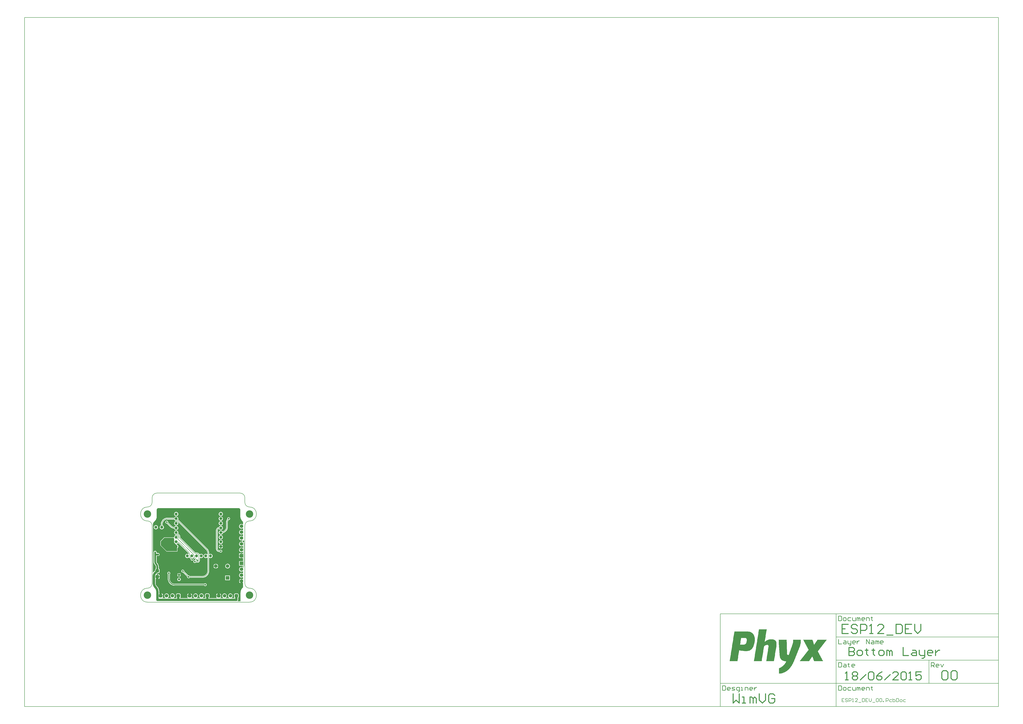
<source format=gbl>
G04 Layer_Physical_Order=2*
G04 Layer_Color=40191*
%FSLAX25Y25*%
%MOIN*%
G70*
G01*
G75*
%ADD10C,0.00787*%
%ADD12C,0.01575*%
%ADD13C,0.01181*%
%ADD38C,0.00984*%
%ADD39C,0.05118*%
%ADD40R,0.05906X0.05906*%
%ADD41C,0.05906*%
G04:AMPARAMS|DCode=42|XSize=59.06mil|YSize=59.06mil|CornerRadius=14.76mil|HoleSize=0mil|Usage=FLASHONLY|Rotation=180.000|XOffset=0mil|YOffset=0mil|HoleType=Round|Shape=RoundedRectangle|*
%AMROUNDEDRECTD42*
21,1,0.05906,0.02953,0,0,180.0*
21,1,0.02953,0.05906,0,0,180.0*
1,1,0.02953,-0.01476,0.01476*
1,1,0.02953,0.01476,0.01476*
1,1,0.02953,0.01476,-0.01476*
1,1,0.02953,-0.01476,-0.01476*
%
%ADD42ROUNDEDRECTD42*%
G04:AMPARAMS|DCode=43|XSize=59.06mil|YSize=59.06mil|CornerRadius=14.76mil|HoleSize=0mil|Usage=FLASHONLY|Rotation=90.000|XOffset=0mil|YOffset=0mil|HoleType=Round|Shape=RoundedRectangle|*
%AMROUNDEDRECTD43*
21,1,0.05906,0.02953,0,0,90.0*
21,1,0.02953,0.05906,0,0,90.0*
1,1,0.02953,0.01476,0.01476*
1,1,0.02953,0.01476,-0.01476*
1,1,0.02953,-0.01476,-0.01476*
1,1,0.02953,-0.01476,0.01476*
%
%ADD43ROUNDEDRECTD43*%
%ADD44C,0.05906*%
%ADD45C,0.05906*%
%ADD46R,0.05906X0.05906*%
%ADD47C,0.12598*%
%ADD48C,0.05118*%
%ADD49C,0.03937*%
%ADD50C,0.02756*%
%ADD51C,0.03937*%
%ADD52C,0.02953*%
G36*
X166580Y159667D02*
X166897Y159620D01*
X167208Y159542D01*
X167509Y159434D01*
X167799Y159297D01*
X168074Y159132D01*
X168331Y158941D01*
X168551Y158742D01*
X168567Y158724D01*
X168590Y158704D01*
X168804Y158465D01*
X169007Y158179D01*
X169176Y157872D01*
X169311Y157547D01*
X169408Y157210D01*
X169467Y156864D01*
X169485Y156543D01*
X169482Y156513D01*
Y145913D01*
X169482D01*
X169501Y145241D01*
X169557Y144570D01*
X169651Y143904D01*
X169783Y143244D01*
X169951Y142593D01*
X170155Y141952D01*
X170395Y141323D01*
X170670Y140709D01*
X170979Y140111D01*
X171320Y139532D01*
X171694Y138972D01*
X172099Y138435D01*
X172533Y137921D01*
X172995Y137432D01*
X172995Y137432D01*
X173398Y137008D01*
X173424Y136980D01*
X173820Y136499D01*
X174182Y135992D01*
X174208Y135951D01*
Y132178D01*
X174060Y132049D01*
X173618Y131893D01*
X173450Y132018D01*
X173118Y132217D01*
X172768Y132382D01*
X172404Y132512D01*
X172029Y132606D01*
X171646Y132663D01*
X171260Y132682D01*
X170873Y132663D01*
X170491Y132606D01*
X170116Y132512D01*
X169751Y132382D01*
X169402Y132217D01*
X169070Y132018D01*
X168759Y131787D01*
X168473Y131527D01*
X168213Y131241D01*
X167982Y130930D01*
X167783Y130598D01*
X167618Y130249D01*
X167488Y129884D01*
X167394Y129509D01*
X167337Y129127D01*
X167318Y128740D01*
X167337Y128354D01*
X167394Y127971D01*
X167488Y127596D01*
X167618Y127232D01*
X167783Y126882D01*
X167982Y126550D01*
X168213Y126240D01*
X168473Y125953D01*
X168759Y125693D01*
X169070Y125463D01*
X169402Y125264D01*
X169751Y125099D01*
X170116Y124968D01*
X170491Y124874D01*
X170873Y124817D01*
X171260Y124798D01*
X171646Y124817D01*
X172029Y124874D01*
X172404Y124968D01*
X172768Y125099D01*
X173118Y125264D01*
X173450Y125463D01*
X173618Y125587D01*
X174060Y125431D01*
X174208Y125302D01*
Y122178D01*
X174060Y122049D01*
X173618Y121893D01*
X173450Y122018D01*
X173118Y122216D01*
X172768Y122382D01*
X172404Y122512D01*
X172029Y122606D01*
X171646Y122663D01*
X171260Y122682D01*
X170873Y122663D01*
X170491Y122606D01*
X170116Y122512D01*
X169751Y122382D01*
X169402Y122216D01*
X169070Y122018D01*
X168759Y121787D01*
X168473Y121527D01*
X168213Y121241D01*
X167982Y120930D01*
X167783Y120598D01*
X167618Y120249D01*
X167488Y119884D01*
X167394Y119509D01*
X167337Y119126D01*
X167318Y118740D01*
X167337Y118354D01*
X167394Y117971D01*
X167488Y117596D01*
X167618Y117232D01*
X167783Y116882D01*
X167982Y116550D01*
X168213Y116240D01*
X168473Y115953D01*
X168759Y115693D01*
X169070Y115463D01*
X169402Y115264D01*
X169751Y115099D01*
X170116Y114968D01*
X170491Y114874D01*
X170873Y114817D01*
X171260Y114798D01*
X171646Y114817D01*
X172029Y114874D01*
X172404Y114968D01*
X172768Y115099D01*
X173118Y115264D01*
X173450Y115463D01*
X173618Y115587D01*
X174060Y115431D01*
X174208Y115302D01*
Y112178D01*
X174060Y112049D01*
X173618Y111893D01*
X173450Y112018D01*
X173118Y112216D01*
X172768Y112382D01*
X172404Y112512D01*
X172029Y112606D01*
X171646Y112663D01*
X171260Y112682D01*
X170873Y112663D01*
X170491Y112606D01*
X170116Y112512D01*
X169751Y112382D01*
X169402Y112216D01*
X169070Y112018D01*
X168759Y111787D01*
X168473Y111527D01*
X168213Y111241D01*
X167982Y110930D01*
X167783Y110598D01*
X167618Y110249D01*
X167488Y109884D01*
X167394Y109509D01*
X167337Y109126D01*
X167318Y108740D01*
X167337Y108354D01*
X167394Y107971D01*
X167488Y107596D01*
X167618Y107232D01*
X167783Y106882D01*
X167982Y106550D01*
X168213Y106239D01*
X168473Y105953D01*
X168759Y105693D01*
X169070Y105463D01*
X169402Y105264D01*
X169751Y105098D01*
X170116Y104968D01*
X170491Y104874D01*
X170873Y104817D01*
X171260Y104798D01*
X171646Y104817D01*
X172029Y104874D01*
X172404Y104968D01*
X172501Y105003D01*
X172761Y104750D01*
X172869Y104507D01*
X172753Y104333D01*
X172616Y104056D01*
X172517Y103762D01*
X172456Y103459D01*
X172436Y103150D01*
X172438Y103112D01*
X172168Y102778D01*
X172043Y102682D01*
X171897Y102626D01*
X171646Y102663D01*
X171260Y102682D01*
X170873Y102663D01*
X170491Y102606D01*
X170116Y102512D01*
X169751Y102382D01*
X169402Y102216D01*
X169070Y102018D01*
X168759Y101787D01*
X168473Y101527D01*
X168213Y101241D01*
X167982Y100930D01*
X167783Y100598D01*
X167618Y100249D01*
X167488Y99884D01*
X167394Y99509D01*
X167337Y99126D01*
X167318Y98740D01*
X167337Y98354D01*
X167394Y97971D01*
X167488Y97596D01*
X167618Y97232D01*
X167783Y96882D01*
X167982Y96550D01*
X168213Y96240D01*
X168473Y95953D01*
X168759Y95693D01*
X169070Y95463D01*
X169402Y95264D01*
X169751Y95099D01*
X170116Y94968D01*
X170491Y94874D01*
X170873Y94817D01*
X171260Y94798D01*
X171646Y94817D01*
X172029Y94874D01*
X172404Y94968D01*
X172768Y95099D01*
X173118Y95264D01*
X173450Y95463D01*
X173618Y95587D01*
X174060Y95431D01*
X174208Y95302D01*
Y92178D01*
X174060Y92049D01*
X173618Y91893D01*
X173450Y92018D01*
X173118Y92216D01*
X172768Y92382D01*
X172404Y92512D01*
X172029Y92606D01*
X171646Y92663D01*
X171260Y92682D01*
X170873Y92663D01*
X170491Y92606D01*
X170116Y92512D01*
X169751Y92382D01*
X169402Y92216D01*
X169070Y92018D01*
X168759Y91787D01*
X168473Y91527D01*
X168213Y91241D01*
X167982Y90930D01*
X167783Y90598D01*
X167618Y90249D01*
X167488Y89884D01*
X167394Y89509D01*
X167337Y89126D01*
X167318Y88740D01*
X167337Y88354D01*
X167394Y87971D01*
X167488Y87596D01*
X167618Y87232D01*
X167783Y86882D01*
X167982Y86550D01*
X168213Y86239D01*
X168473Y85953D01*
X168759Y85693D01*
X169070Y85463D01*
X169402Y85264D01*
X169751Y85098D01*
X170116Y84968D01*
X170491Y84874D01*
X170873Y84817D01*
X171260Y84798D01*
X171646Y84817D01*
X172029Y84874D01*
X172404Y84968D01*
X172768Y85098D01*
X173118Y85264D01*
X173450Y85463D01*
X173618Y85587D01*
X174060Y85431D01*
X174208Y85302D01*
Y82693D01*
X171760D01*
Y78740D01*
Y74787D01*
X174208D01*
Y69685D01*
X167323D01*
Y61811D01*
X173481D01*
X173935Y61245D01*
X173781Y60828D01*
X173595Y60425D01*
X173379Y60037D01*
X173132Y59668D01*
X172873Y59340D01*
X172768Y59390D01*
X172404Y59520D01*
X172029Y59614D01*
X171646Y59671D01*
X171260Y59690D01*
X170873Y59671D01*
X170491Y59614D01*
X170116Y59520D01*
X169751Y59390D01*
X169402Y59224D01*
X169070Y59026D01*
X168759Y58795D01*
X168473Y58535D01*
X168213Y58249D01*
X167982Y57938D01*
X167783Y57606D01*
X167618Y57257D01*
X167488Y56892D01*
X167394Y56517D01*
X167337Y56134D01*
X167318Y55748D01*
X167337Y55362D01*
X167394Y54979D01*
X167488Y54604D01*
X167618Y54240D01*
X167783Y53890D01*
X167982Y53558D01*
X168213Y53247D01*
X168473Y52961D01*
X168759Y52701D01*
X169070Y52471D01*
X169402Y52272D01*
X169751Y52106D01*
X170116Y51976D01*
X170491Y51882D01*
X170873Y51825D01*
X171260Y51806D01*
X171646Y51825D01*
X172029Y51882D01*
X172404Y51976D01*
X172768Y52106D01*
X173118Y52272D01*
X173450Y52471D01*
X173618Y52595D01*
X174060Y52439D01*
X174208Y52310D01*
Y49186D01*
X174060Y49057D01*
X173618Y48901D01*
X173450Y49025D01*
X173118Y49224D01*
X172768Y49390D01*
X172404Y49520D01*
X172029Y49614D01*
X171646Y49671D01*
X171260Y49690D01*
X170873Y49671D01*
X170491Y49614D01*
X170116Y49520D01*
X169751Y49390D01*
X169402Y49224D01*
X169070Y49025D01*
X168759Y48795D01*
X168473Y48535D01*
X168213Y48249D01*
X167982Y47938D01*
X167783Y47606D01*
X167618Y47256D01*
X167488Y46892D01*
X167394Y46517D01*
X167337Y46134D01*
X167318Y45748D01*
X167337Y45362D01*
X167394Y44979D01*
X167488Y44604D01*
X167618Y44240D01*
X167783Y43890D01*
X167982Y43558D01*
X168213Y43247D01*
X168473Y42961D01*
X168759Y42701D01*
X169070Y42471D01*
X169402Y42272D01*
X169751Y42106D01*
X170116Y41976D01*
X170491Y41882D01*
X170873Y41825D01*
X171260Y41806D01*
X171646Y41825D01*
X172029Y41882D01*
X172404Y41976D01*
X172768Y42106D01*
X173118Y42272D01*
X173450Y42471D01*
X173618Y42595D01*
X174060Y42439D01*
X174208Y42310D01*
Y39207D01*
X174081Y39091D01*
X173618Y38921D01*
X173459Y39039D01*
X173125Y39238D01*
X172774Y39404D01*
X172409Y39535D01*
X172032Y39630D01*
X171760Y39670D01*
Y35748D01*
Y31826D01*
X172032Y31867D01*
X172409Y31961D01*
X172774Y32092D01*
X173125Y32258D01*
X173459Y32458D01*
X173618Y32576D01*
X174081Y32405D01*
X174208Y32289D01*
Y25060D01*
X172986Y23838D01*
X172986Y23838D01*
X172546Y23371D01*
X172136Y22879D01*
X171756Y22362D01*
X171408Y21824D01*
X171093Y21265D01*
X170812Y20689D01*
X170567Y20097D01*
X170358Y19491D01*
X170185Y18873D01*
X170051Y18246D01*
X169954Y17613D01*
X169896Y16974D01*
X169877Y16333D01*
X169878D01*
Y1382D01*
X165096D01*
X164978Y1532D01*
X164842Y1973D01*
X164950Y2093D01*
X165142Y2364D01*
X165302Y2654D01*
X165429Y2960D01*
X165521Y3279D01*
X165577Y3606D01*
X165595Y3937D01*
Y7384D01*
X165651Y7424D01*
X165857Y7608D01*
X166041Y7814D01*
X166201Y8039D01*
X166335Y8281D01*
X166440Y8536D01*
X166517Y8802D01*
X166563Y9075D01*
X166579Y9350D01*
Y12303D01*
X166563Y12579D01*
X166517Y12852D01*
X166440Y13117D01*
X166335Y13373D01*
X166201Y13614D01*
X166041Y13840D01*
X165857Y14046D01*
X165651Y14230D01*
X165425Y14390D01*
X165183Y14524D01*
X164928Y14629D01*
X164663Y14706D01*
X164390Y14752D01*
X164114Y14768D01*
X161161D01*
X160886Y14752D01*
X160613Y14706D01*
X160347Y14629D01*
X160092Y14524D01*
X159850Y14390D01*
X159625Y14230D01*
X159419Y14046D01*
X159235Y13840D01*
X159075Y13614D01*
X158941Y13373D01*
X158835Y13117D01*
X158759Y12852D01*
X158712Y12579D01*
X158697Y12303D01*
Y9350D01*
X158712Y9075D01*
X158759Y8802D01*
X158835Y8536D01*
X158941Y8281D01*
X159075Y8039D01*
X159235Y7814D01*
X159419Y7608D01*
X159556Y7485D01*
X159523Y7208D01*
X159374Y6894D01*
X154884D01*
X154720Y7485D01*
X154828Y7549D01*
X155138Y7780D01*
X155425Y8039D01*
X155685Y8326D01*
X155915Y8637D01*
X156114Y8969D01*
X156280Y9318D01*
X156410Y9683D01*
X156504Y10058D01*
X156561Y10440D01*
X156579Y10827D01*
X156561Y11213D01*
X156504Y11596D01*
X156410Y11971D01*
X156280Y12335D01*
X156114Y12685D01*
X155915Y13017D01*
X155685Y13327D01*
X155425Y13614D01*
X155138Y13874D01*
X154828Y14104D01*
X154496Y14303D01*
X154146Y14469D01*
X153782Y14599D01*
X153407Y14693D01*
X153024Y14750D01*
X152638Y14769D01*
X152251Y14750D01*
X151869Y14693D01*
X151494Y14599D01*
X151129Y14469D01*
X150780Y14303D01*
X150448Y14104D01*
X150137Y13874D01*
X149851Y13614D01*
X149591Y13327D01*
X149360Y13017D01*
X149162Y12685D01*
X148996Y12335D01*
X148866Y11971D01*
X148772Y11596D01*
X148715Y11213D01*
X148696Y10827D01*
X148715Y10440D01*
X148772Y10058D01*
X148866Y9683D01*
X148996Y9318D01*
X149162Y8969D01*
X149360Y8637D01*
X149591Y8326D01*
X149851Y8039D01*
X150137Y7780D01*
X150448Y7549D01*
X150555Y7485D01*
X150392Y6894D01*
X144884D01*
X144720Y7485D01*
X144828Y7549D01*
X145138Y7780D01*
X145425Y8039D01*
X145685Y8326D01*
X145915Y8637D01*
X146114Y8969D01*
X146280Y9318D01*
X146410Y9683D01*
X146504Y10058D01*
X146561Y10440D01*
X146580Y10827D01*
X146561Y11213D01*
X146504Y11596D01*
X146410Y11971D01*
X146280Y12335D01*
X146114Y12685D01*
X145915Y13017D01*
X145685Y13327D01*
X145425Y13614D01*
X145138Y13874D01*
X144828Y14104D01*
X144496Y14303D01*
X144146Y14469D01*
X143782Y14599D01*
X143407Y14693D01*
X143024Y14750D01*
X142638Y14769D01*
X142251Y14750D01*
X141869Y14693D01*
X141494Y14599D01*
X141129Y14469D01*
X140780Y14303D01*
X140448Y14104D01*
X140137Y13874D01*
X139851Y13614D01*
X139591Y13327D01*
X139360Y13017D01*
X139162Y12685D01*
X138996Y12335D01*
X138866Y11971D01*
X138772Y11596D01*
X138715Y11213D01*
X138696Y10827D01*
X138715Y10440D01*
X138772Y10058D01*
X138866Y9683D01*
X138996Y9318D01*
X139162Y8969D01*
X139360Y8637D01*
X139591Y8326D01*
X139851Y8039D01*
X140137Y7780D01*
X140448Y7549D01*
X140555Y7485D01*
X140392Y6894D01*
X135953D01*
X135791Y7181D01*
X135743Y7485D01*
X135868Y7597D01*
X136053Y7804D01*
X136214Y8031D01*
X136349Y8274D01*
X136455Y8531D01*
X136532Y8799D01*
X136579Y9073D01*
X136594Y9350D01*
Y10327D01*
X128681D01*
Y9350D01*
X128697Y9073D01*
X128743Y8799D01*
X128820Y8531D01*
X128927Y8274D01*
X129061Y8031D01*
X129222Y7804D01*
X129408Y7597D01*
X129533Y7485D01*
X129485Y7181D01*
X129323Y6894D01*
X116689D01*
X116540Y7208D01*
X116507Y7485D01*
X116644Y7608D01*
X116828Y7814D01*
X116988Y8039D01*
X117122Y8281D01*
X117228Y8536D01*
X117304Y8802D01*
X117351Y9075D01*
X117366Y9350D01*
Y12303D01*
X117351Y12579D01*
X117304Y12852D01*
X117228Y13117D01*
X117122Y13373D01*
X116988Y13614D01*
X116828Y13840D01*
X116644Y14046D01*
X116438Y14230D01*
X116213Y14390D01*
X115971Y14524D01*
X115716Y14629D01*
X115450Y14706D01*
X115178Y14752D01*
X114902Y14768D01*
X111949D01*
X111673Y14752D01*
X111400Y14706D01*
X111135Y14629D01*
X110880Y14524D01*
X110638Y14390D01*
X110412Y14230D01*
X110206Y14046D01*
X110022Y13840D01*
X109862Y13614D01*
X109728Y13373D01*
X109623Y13117D01*
X109546Y12852D01*
X109500Y12579D01*
X109484Y12303D01*
Y9350D01*
X109500Y9075D01*
X109546Y8802D01*
X109623Y8536D01*
X109728Y8281D01*
X109862Y8039D01*
X110022Y7814D01*
X110206Y7608D01*
X110344Y7485D01*
X110310Y7208D01*
X110162Y6894D01*
X105671D01*
X105508Y7485D01*
X105615Y7549D01*
X105926Y7780D01*
X106212Y8039D01*
X106472Y8326D01*
X106703Y8637D01*
X106902Y8969D01*
X107067Y9318D01*
X107197Y9683D01*
X107291Y10058D01*
X107348Y10440D01*
X107367Y10827D01*
X107348Y11213D01*
X107291Y11596D01*
X107197Y11971D01*
X107067Y12335D01*
X106902Y12685D01*
X106703Y13017D01*
X106472Y13327D01*
X106212Y13614D01*
X105926Y13874D01*
X105615Y14104D01*
X105283Y14303D01*
X104934Y14469D01*
X104569Y14599D01*
X104194Y14693D01*
X103812Y14750D01*
X103425Y14769D01*
X103039Y14750D01*
X102656Y14693D01*
X102281Y14599D01*
X101917Y14469D01*
X101567Y14303D01*
X101235Y14104D01*
X100925Y13874D01*
X100638Y13614D01*
X100378Y13327D01*
X100148Y13017D01*
X99949Y12685D01*
X99783Y12335D01*
X99653Y11971D01*
X99559Y11596D01*
X99502Y11213D01*
X99484Y10827D01*
X99502Y10440D01*
X99559Y10058D01*
X99653Y9683D01*
X99783Y9318D01*
X99949Y8969D01*
X100148Y8637D01*
X100378Y8326D01*
X100638Y8039D01*
X100925Y7780D01*
X101235Y7549D01*
X101343Y7485D01*
X101179Y6894D01*
X95671D01*
X95508Y7485D01*
X95615Y7549D01*
X95926Y7780D01*
X96212Y8039D01*
X96472Y8326D01*
X96703Y8637D01*
X96902Y8969D01*
X97067Y9318D01*
X97197Y9683D01*
X97291Y10058D01*
X97348Y10440D01*
X97367Y10827D01*
X97348Y11213D01*
X97291Y11596D01*
X97197Y11971D01*
X97067Y12335D01*
X96902Y12685D01*
X96703Y13017D01*
X96472Y13327D01*
X96212Y13614D01*
X95926Y13874D01*
X95615Y14104D01*
X95283Y14303D01*
X94934Y14469D01*
X94569Y14599D01*
X94194Y14693D01*
X93812Y14750D01*
X93425Y14769D01*
X93039Y14750D01*
X92656Y14693D01*
X92281Y14599D01*
X91917Y14469D01*
X91567Y14303D01*
X91235Y14104D01*
X90925Y13874D01*
X90638Y13614D01*
X90378Y13327D01*
X90148Y13017D01*
X89949Y12685D01*
X89784Y12335D01*
X89653Y11971D01*
X89559Y11596D01*
X89502Y11213D01*
X89483Y10827D01*
X89502Y10440D01*
X89559Y10058D01*
X89653Y9683D01*
X89784Y9318D01*
X89949Y8969D01*
X90148Y8637D01*
X90378Y8326D01*
X90638Y8039D01*
X90925Y7780D01*
X91235Y7549D01*
X91343Y7485D01*
X91179Y6894D01*
X86740D01*
X86578Y7181D01*
X86531Y7485D01*
X86655Y7597D01*
X86841Y7804D01*
X87002Y8031D01*
X87136Y8274D01*
X87243Y8531D01*
X87320Y8799D01*
X87366Y9073D01*
X87382Y9350D01*
Y10327D01*
X79469D01*
Y9350D01*
X79484Y9073D01*
X79531Y8799D01*
X79608Y8531D01*
X79714Y8274D01*
X79849Y8031D01*
X80010Y7804D01*
X80195Y7597D01*
X80320Y7485D01*
X80272Y7181D01*
X80110Y6894D01*
X67476D01*
X67327Y7208D01*
X67294Y7485D01*
X67432Y7608D01*
X67616Y7814D01*
X67776Y8039D01*
X67909Y8281D01*
X68015Y8536D01*
X68092Y8802D01*
X68138Y9075D01*
X68154Y9350D01*
Y12303D01*
X68138Y12579D01*
X68092Y12852D01*
X68015Y13117D01*
X67909Y13373D01*
X67776Y13614D01*
X67616Y13840D01*
X67432Y14046D01*
X67226Y14230D01*
X67000Y14390D01*
X66758Y14524D01*
X66503Y14629D01*
X66237Y14706D01*
X65965Y14752D01*
X65689Y14768D01*
X62736D01*
X62460Y14752D01*
X62188Y14706D01*
X61922Y14629D01*
X61667Y14524D01*
X61425Y14390D01*
X61200Y14230D01*
X60994Y14046D01*
X60809Y13840D01*
X60650Y13614D01*
X60516Y13373D01*
X60410Y13117D01*
X60334Y12852D01*
X60287Y12579D01*
X60272Y12303D01*
Y9350D01*
X60287Y9075D01*
X60334Y8802D01*
X60410Y8536D01*
X60516Y8281D01*
X60650Y8039D01*
X60809Y7814D01*
X60994Y7608D01*
X61131Y7485D01*
X61098Y7208D01*
X60949Y6894D01*
X56459D01*
X56295Y7485D01*
X56402Y7549D01*
X56713Y7780D01*
X57000Y8039D01*
X57260Y8326D01*
X57490Y8637D01*
X57689Y8969D01*
X57854Y9318D01*
X57985Y9683D01*
X58079Y10058D01*
X58135Y10440D01*
X58154Y10827D01*
X58135Y11213D01*
X58079Y11596D01*
X57985Y11971D01*
X57854Y12335D01*
X57689Y12685D01*
X57490Y13017D01*
X57260Y13327D01*
X57000Y13614D01*
X56713Y13874D01*
X56402Y14104D01*
X56071Y14303D01*
X55721Y14469D01*
X55357Y14599D01*
X54982Y14693D01*
X54599Y14750D01*
X54213Y14769D01*
X53826Y14750D01*
X53444Y14693D01*
X53068Y14599D01*
X52704Y14469D01*
X52355Y14303D01*
X52023Y14104D01*
X51712Y13874D01*
X51425Y13614D01*
X51166Y13327D01*
X50935Y13017D01*
X50736Y12685D01*
X50571Y12335D01*
X50441Y11971D01*
X50347Y11596D01*
X50290Y11213D01*
X50271Y10827D01*
X50290Y10440D01*
X50347Y10058D01*
X50441Y9683D01*
X50571Y9318D01*
X50736Y8969D01*
X50935Y8637D01*
X51166Y8326D01*
X51425Y8039D01*
X51712Y7780D01*
X52023Y7549D01*
X52130Y7485D01*
X51967Y6894D01*
X46459D01*
X46295Y7485D01*
X46402Y7549D01*
X46713Y7780D01*
X47000Y8039D01*
X47260Y8326D01*
X47490Y8637D01*
X47689Y8969D01*
X47854Y9318D01*
X47985Y9683D01*
X48079Y10058D01*
X48135Y10440D01*
X48154Y10827D01*
X48135Y11213D01*
X48079Y11596D01*
X47985Y11971D01*
X47854Y12335D01*
X47689Y12685D01*
X47490Y13017D01*
X47260Y13327D01*
X47000Y13614D01*
X46713Y13874D01*
X46402Y14104D01*
X46071Y14303D01*
X45721Y14469D01*
X45357Y14599D01*
X44982Y14693D01*
X44599Y14750D01*
X44213Y14769D01*
X43826Y14750D01*
X43444Y14693D01*
X43068Y14599D01*
X42704Y14469D01*
X42355Y14303D01*
X42023Y14104D01*
X41712Y13874D01*
X41425Y13614D01*
X41166Y13327D01*
X40935Y13017D01*
X40736Y12685D01*
X40571Y12335D01*
X40441Y11971D01*
X40347Y11596D01*
X40290Y11213D01*
X40271Y10827D01*
X40290Y10440D01*
X40347Y10058D01*
X40441Y9683D01*
X40571Y9318D01*
X40736Y8969D01*
X40935Y8637D01*
X41166Y8326D01*
X41425Y8039D01*
X41712Y7780D01*
X42023Y7549D01*
X42130Y7485D01*
X41967Y6894D01*
X37527D01*
X37365Y7181D01*
X37318Y7485D01*
X37443Y7597D01*
X37628Y7804D01*
X37789Y8031D01*
X37924Y8274D01*
X38030Y8531D01*
X38107Y8799D01*
X38154Y9073D01*
X38169Y9350D01*
Y10327D01*
X34213D01*
Y10827D01*
X33713D01*
Y14783D01*
X32736D01*
X32458Y14768D01*
X32184Y14721D01*
X31664Y15045D01*
X31597Y15151D01*
Y18006D01*
X31597D01*
X31577Y18732D01*
X31516Y19457D01*
X31414Y20176D01*
X31272Y20889D01*
X31091Y21593D01*
X30870Y22286D01*
X30611Y22965D01*
X30314Y23628D01*
X29980Y24274D01*
X29611Y24900D01*
X29207Y25504D01*
X28770Y26085D01*
X28301Y26640D01*
X27802Y27168D01*
X27802Y27169D01*
X27384Y27586D01*
X27288Y27682D01*
X27257Y27710D01*
X26977Y28012D01*
X26696Y28369D01*
X26443Y28747D01*
X26222Y29143D01*
X26032Y29555D01*
X25874Y29981D01*
X25751Y30418D01*
X25662Y30864D01*
X25609Y31315D01*
X25593Y31727D01*
X25595Y31769D01*
Y39061D01*
X25718Y39203D01*
X26186Y39437D01*
X26248Y39411D01*
X26515Y39334D01*
X26789Y39287D01*
X27067Y39272D01*
X28043D01*
Y43228D01*
Y47185D01*
X27518D01*
X27273Y47776D01*
X28785Y49288D01*
X30020D01*
X30296Y49303D01*
X30568Y49349D01*
X30834Y49426D01*
X31089Y49531D01*
X31331Y49665D01*
X31556Y49825D01*
X31762Y50009D01*
X31947Y50215D01*
X32106Y50441D01*
X32240Y50683D01*
X32346Y50938D01*
X32422Y51204D01*
X32469Y51476D01*
X32484Y51752D01*
Y54705D01*
X32469Y54981D01*
X32422Y55253D01*
X32346Y55519D01*
X32240Y55774D01*
X32106Y56016D01*
X31947Y56241D01*
X31762Y56447D01*
X31556Y56631D01*
X31331Y56792D01*
X31089Y56925D01*
X31008Y56959D01*
Y59733D01*
X31008D01*
X30990Y60328D01*
X30937Y60921D01*
X30847Y61510D01*
X30722Y62092D01*
X30562Y62666D01*
X30368Y63229D01*
X30140Y63779D01*
X29879Y64314D01*
X29587Y64833D01*
X29263Y65333D01*
X28910Y65813D01*
X28529Y66270D01*
X28121Y66704D01*
Y66704D01*
X27759Y67144D01*
X27711Y67211D01*
X27553Y67497D01*
X27428Y67800D01*
X27337Y68114D01*
X27283Y68436D01*
X27266Y68733D01*
X27268Y68762D01*
Y78441D01*
X29921D01*
X30197Y78456D01*
X30470Y78503D01*
X30735Y78579D01*
X30991Y78685D01*
X31233Y78819D01*
X31458Y78979D01*
X31664Y79163D01*
X31848Y79369D01*
X32008Y79594D01*
X32142Y79836D01*
X32247Y80092D01*
X32324Y80357D01*
X32370Y80630D01*
X32386Y80905D01*
X32370Y81181D01*
X32324Y81454D01*
X32247Y81719D01*
X32142Y81975D01*
X32008Y82217D01*
X31848Y82442D01*
X31664Y82648D01*
X31458Y82832D01*
X31233Y82992D01*
X30991Y83126D01*
X30735Y83232D01*
X30470Y83308D01*
X30197Y83355D01*
X29921Y83370D01*
X27268D01*
Y84646D01*
X27252Y84922D01*
X27206Y85194D01*
X27129Y85460D01*
X27024Y85715D01*
X26890Y85957D01*
X26730Y86182D01*
X26546Y86388D01*
X26340Y86572D01*
X26114Y86732D01*
X25872Y86866D01*
X25617Y86972D01*
X25352Y87048D01*
X25079Y87095D01*
X24803Y87110D01*
X24527Y87095D01*
X24255Y87048D01*
X23989Y86972D01*
X23734Y86866D01*
X23492Y86732D01*
X23267Y86572D01*
X23061Y86388D01*
X22876Y86182D01*
X22716Y85957D01*
X22583Y85715D01*
X22477Y85460D01*
X22400Y85194D01*
X22354Y84922D01*
X22339Y84646D01*
Y80905D01*
Y68762D01*
X22337D01*
X22357Y68203D01*
X22360Y68181D01*
X22417Y67646D01*
X22517Y67096D01*
X22655Y66553D01*
X22832Y66022D01*
X23046Y65505D01*
X23297Y65004D01*
X23583Y64523D01*
X23902Y64063D01*
X24239Y63644D01*
X24253Y63627D01*
X24634Y63217D01*
X25019Y62786D01*
X25190Y62562D01*
X25422Y62199D01*
X25620Y61817D01*
X25785Y61420D01*
X25914Y61010D01*
X26007Y60589D01*
X26063Y60163D01*
X26081Y59768D01*
X26079Y59733D01*
Y56959D01*
X25998Y56925D01*
X25756Y56792D01*
X25530Y56631D01*
X25324Y56447D01*
X25140Y56241D01*
X24980Y56016D01*
X24847Y55774D01*
X24741Y55519D01*
X24664Y55253D01*
X24618Y54981D01*
X24602Y54705D01*
Y53470D01*
X22551Y51418D01*
X22546Y51413D01*
X22145Y50987D01*
X21766Y50533D01*
X21658Y50385D01*
X21067Y50579D01*
Y131444D01*
X21065Y131478D01*
X21082Y131978D01*
X21139Y132509D01*
X21234Y133035D01*
X21366Y133553D01*
X21535Y134060D01*
X21740Y134553D01*
X21979Y135031D01*
X22252Y135490D01*
X22556Y135929D01*
X22892Y136345D01*
X23232Y136711D01*
X23258Y136733D01*
X24439Y137915D01*
X24440Y137914D01*
X24859Y138360D01*
X25252Y138831D01*
X25615Y139324D01*
X25947Y139839D01*
X26248Y140372D01*
X26516Y140923D01*
X26750Y141489D01*
X26950Y142068D01*
X27115Y142657D01*
X27243Y143256D01*
X27336Y143862D01*
X27391Y144472D01*
X27409Y145084D01*
X27409D01*
Y156612D01*
X27407Y156641D01*
X27424Y156947D01*
X27480Y157278D01*
X27573Y157600D01*
X27701Y157910D01*
X27863Y158203D01*
X28058Y158477D01*
X28262Y158705D01*
X28284Y158724D01*
X28299Y158742D01*
X28519Y158941D01*
X28776Y159132D01*
X29051Y159297D01*
X29341Y159434D01*
X29643Y159542D01*
X29954Y159620D01*
X30270Y159667D01*
X30566Y159681D01*
X30591Y159680D01*
X65701D01*
X65730Y159644D01*
X65880Y159521D01*
X66051Y159430D01*
X66236Y159374D01*
X66429Y159355D01*
X130251D01*
X130444Y159374D01*
X130630Y159430D01*
X130801Y159521D01*
X130951Y159644D01*
X130980Y159680D01*
X166260D01*
X166284Y159681D01*
X166580Y159667D01*
D02*
G37*
%LPC*%
G36*
X30020Y47185D02*
X29043D01*
Y43728D01*
X32500D01*
Y44705D01*
X32484Y44982D01*
X32438Y45257D01*
X32361Y45524D01*
X32254Y45781D01*
X32120Y46024D01*
X31959Y46251D01*
X31773Y46459D01*
X31566Y46644D01*
X31339Y46805D01*
X31096Y46939D01*
X30839Y47046D01*
X30572Y47123D01*
X30297Y47169D01*
X30020Y47185D01*
D02*
G37*
G36*
X64854Y49186D02*
X64693Y49158D01*
X64372Y49066D01*
X64064Y48939D01*
X63772Y48777D01*
X63501Y48584D01*
X63252Y48362D01*
X63030Y48114D01*
X62837Y47842D01*
X62676Y47550D01*
X62548Y47242D01*
X62456Y46921D01*
X62428Y46760D01*
X64854D01*
Y49186D01*
D02*
G37*
G36*
X68280Y45760D02*
X65854D01*
Y43334D01*
X66016Y43361D01*
X66336Y43453D01*
X66644Y43581D01*
X66936Y43742D01*
X67208Y43935D01*
X67457Y44157D01*
X67679Y44406D01*
X67872Y44678D01*
X68033Y44970D01*
X68161Y45278D01*
X68253Y45598D01*
X68280Y45760D01*
D02*
G37*
G36*
X32500Y42728D02*
X29043D01*
Y39272D01*
X30020D01*
X30297Y39287D01*
X30572Y39334D01*
X30839Y39411D01*
X31096Y39517D01*
X31339Y39652D01*
X31566Y39813D01*
X31773Y39998D01*
X31959Y40205D01*
X32120Y40432D01*
X32254Y40676D01*
X32361Y40933D01*
X32438Y41200D01*
X32484Y41474D01*
X32500Y41752D01*
Y42728D01*
D02*
G37*
G36*
X64854Y45760D02*
X62428D01*
X62456Y45598D01*
X62548Y45278D01*
X62676Y44970D01*
X62837Y44678D01*
X63030Y44406D01*
X63252Y44157D01*
X63501Y43935D01*
X63772Y43742D01*
X64064Y43581D01*
X64372Y43453D01*
X64693Y43361D01*
X64854Y43334D01*
Y45760D01*
D02*
G37*
G36*
X131717Y60681D02*
X128295D01*
Y57259D01*
X128567Y57300D01*
X128944Y57394D01*
X129310Y57525D01*
X129661Y57691D01*
X129994Y57890D01*
X130306Y58122D01*
X130594Y58383D01*
X130854Y58671D01*
X131086Y58982D01*
X131286Y59316D01*
X131451Y59667D01*
X131582Y60032D01*
X131677Y60409D01*
X131717Y60681D01*
D02*
G37*
G36*
X127295Y65103D02*
X127023Y65063D01*
X126646Y64968D01*
X126281Y64837D01*
X125930Y64671D01*
X125597Y64472D01*
X125285Y64240D01*
X124997Y63980D01*
X124736Y63692D01*
X124505Y63380D01*
X124305Y63047D01*
X124139Y62696D01*
X124008Y62330D01*
X123914Y61953D01*
X123873Y61681D01*
X127295D01*
Y65103D01*
D02*
G37*
G36*
Y60681D02*
X123873D01*
X123914Y60409D01*
X124008Y60032D01*
X124139Y59667D01*
X124305Y59316D01*
X124505Y58982D01*
X124736Y58671D01*
X124997Y58383D01*
X125285Y58122D01*
X125597Y57890D01*
X125930Y57691D01*
X126281Y57525D01*
X126646Y57394D01*
X127023Y57300D01*
X127295Y57259D01*
Y60681D01*
D02*
G37*
G36*
X65854Y49186D02*
Y46760D01*
X68280D01*
X68253Y46921D01*
X68161Y47242D01*
X68033Y47550D01*
X67872Y47842D01*
X67679Y48114D01*
X67457Y48362D01*
X67208Y48584D01*
X66936Y48777D01*
X66644Y48939D01*
X66336Y49066D01*
X66016Y49158D01*
X65854Y49186D01*
D02*
G37*
G36*
X147795Y65123D02*
X147409Y65104D01*
X147026Y65047D01*
X146651Y64953D01*
X146287Y64823D01*
X145937Y64657D01*
X145605Y64459D01*
X145295Y64228D01*
X145008Y63968D01*
X144748Y63682D01*
X144518Y63371D01*
X144319Y63039D01*
X144154Y62690D01*
X144023Y62325D01*
X143929Y61950D01*
X143872Y61567D01*
X143853Y61181D01*
X143872Y60795D01*
X143929Y60412D01*
X144023Y60037D01*
X144154Y59673D01*
X144319Y59323D01*
X144518Y58991D01*
X144748Y58680D01*
X145008Y58394D01*
X145295Y58134D01*
X145605Y57904D01*
X145937Y57705D01*
X146287Y57539D01*
X146651Y57409D01*
X147026Y57315D01*
X147409Y57258D01*
X147795Y57239D01*
X148182Y57258D01*
X148564Y57315D01*
X148940Y57409D01*
X149304Y57539D01*
X149653Y57705D01*
X149985Y57904D01*
X150296Y58134D01*
X150583Y58394D01*
X150842Y58680D01*
X151073Y58991D01*
X151272Y59323D01*
X151437Y59673D01*
X151567Y60037D01*
X151661Y60412D01*
X151718Y60795D01*
X151737Y61181D01*
X151718Y61567D01*
X151661Y61950D01*
X151567Y62325D01*
X151437Y62690D01*
X151272Y63039D01*
X151073Y63371D01*
X150842Y63682D01*
X150583Y63968D01*
X150296Y64228D01*
X149985Y64459D01*
X149653Y64657D01*
X149304Y64823D01*
X148940Y64953D01*
X148564Y65047D01*
X148182Y65104D01*
X147795Y65123D01*
D02*
G37*
G36*
X132138Y14783D02*
X131161D01*
X130884Y14768D01*
X130610Y14721D01*
X130342Y14644D01*
X130085Y14538D01*
X129842Y14403D01*
X129615Y14242D01*
X129408Y14057D01*
X129222Y13850D01*
X129061Y13623D01*
X128927Y13379D01*
X128820Y13122D01*
X128743Y12855D01*
X128697Y12581D01*
X128681Y12303D01*
Y11327D01*
X132138D01*
Y14783D01*
D02*
G37*
G36*
X134114D02*
X133138D01*
Y11327D01*
X136594D01*
Y12303D01*
X136579Y12581D01*
X136532Y12855D01*
X136455Y13122D01*
X136349Y13379D01*
X136214Y13623D01*
X136053Y13850D01*
X135868Y14057D01*
X135661Y14242D01*
X135434Y14403D01*
X135190Y14538D01*
X134933Y14644D01*
X134666Y14721D01*
X134392Y14768D01*
X134114Y14783D01*
D02*
G37*
G36*
X84902Y14783D02*
X83925D01*
Y11327D01*
X87382D01*
Y12303D01*
X87366Y12581D01*
X87320Y12855D01*
X87243Y13122D01*
X87136Y13379D01*
X87002Y13623D01*
X86841Y13850D01*
X86655Y14057D01*
X86448Y14242D01*
X86221Y14403D01*
X85978Y14538D01*
X85721Y14644D01*
X85453Y14721D01*
X85179Y14768D01*
X84902Y14783D01*
D02*
G37*
G36*
X35689D02*
X34713D01*
Y11327D01*
X38169D01*
Y12303D01*
X38154Y12581D01*
X38107Y12855D01*
X38030Y13122D01*
X37924Y13379D01*
X37789Y13623D01*
X37628Y13850D01*
X37443Y14057D01*
X37235Y14242D01*
X37009Y14403D01*
X36765Y14538D01*
X36508Y14644D01*
X36241Y14721D01*
X35967Y14768D01*
X35689Y14783D01*
D02*
G37*
G36*
X82925D02*
X81949D01*
X81671Y14768D01*
X81397Y14721D01*
X81130Y14644D01*
X80873Y14538D01*
X80629Y14403D01*
X80402Y14242D01*
X80195Y14057D01*
X80010Y13850D01*
X79849Y13623D01*
X79714Y13379D01*
X79608Y13122D01*
X79531Y12855D01*
X79484Y12581D01*
X79469Y12303D01*
Y11327D01*
X82925D01*
Y14783D01*
D02*
G37*
G36*
X170760Y39670D02*
X170488Y39630D01*
X170111Y39535D01*
X169745Y39404D01*
X169394Y39238D01*
X169061Y39039D01*
X168749Y38807D01*
X168461Y38546D01*
X168201Y38259D01*
X167969Y37947D01*
X167770Y37614D01*
X167604Y37262D01*
X167473Y36897D01*
X167378Y36520D01*
X167338Y36248D01*
X170760D01*
Y39670D01*
D02*
G37*
G36*
X151732Y45118D02*
X143858D01*
Y37244D01*
X151732D01*
Y45118D01*
D02*
G37*
G36*
X65354Y41737D02*
X65023Y41718D01*
X64696Y41663D01*
X64378Y41571D01*
X64071Y41444D01*
X63781Y41284D01*
X63510Y41092D01*
X63263Y40871D01*
X63042Y40623D01*
X62850Y40353D01*
X62690Y40063D01*
X62563Y39756D01*
X62471Y39438D01*
X62415Y39111D01*
X62397Y38780D01*
X62415Y38448D01*
X62471Y38121D01*
X62563Y37803D01*
X62690Y37496D01*
X62850Y37206D01*
X63042Y36936D01*
X63263Y36688D01*
X63510Y36467D01*
X63781Y36275D01*
X64071Y36115D01*
X64378Y35988D01*
X64696Y35896D01*
X65023Y35841D01*
X65354Y35822D01*
X65685Y35841D01*
X66012Y35896D01*
X66331Y35988D01*
X66637Y36115D01*
X66928Y36275D01*
X67198Y36467D01*
X67445Y36688D01*
X67667Y36936D01*
X67858Y37206D01*
X68019Y37496D01*
X68146Y37803D01*
X68238Y38121D01*
X68293Y38448D01*
X68312Y38780D01*
X68293Y39111D01*
X68238Y39438D01*
X68146Y39756D01*
X68019Y40063D01*
X67858Y40353D01*
X67667Y40623D01*
X67445Y40871D01*
X67198Y41092D01*
X66928Y41284D01*
X66637Y41444D01*
X66331Y41571D01*
X66012Y41663D01*
X65685Y41718D01*
X65354Y41737D01*
D02*
G37*
G36*
X48031Y51580D02*
X47723Y51560D01*
X47419Y51499D01*
X47126Y51400D01*
X46848Y51263D01*
X46590Y51091D01*
X46358Y50886D01*
X46153Y50654D01*
X45981Y50396D01*
X45844Y50118D01*
X45745Y49825D01*
X45684Y49522D01*
X45664Y49213D01*
X45684Y48904D01*
X45745Y48600D01*
X45844Y48307D01*
X45981Y48029D01*
X46153Y47771D01*
X46358Y47539D01*
X46452Y47456D01*
Y39626D01*
X46452Y39620D01*
X46470Y38977D01*
X46525Y38329D01*
X46616Y37686D01*
X46742Y37049D01*
X46905Y36420D01*
X47102Y35802D01*
X47334Y35195D01*
X47599Y34602D01*
X47897Y34025D01*
X48227Y33465D01*
X48588Y32925D01*
X48978Y32406D01*
X49397Y31910D01*
X49844Y31438D01*
X50316Y30992D01*
X50812Y30573D01*
X51331Y30182D01*
X51871Y29822D01*
X52430Y29491D01*
X53007Y29193D01*
X53600Y28928D01*
X54207Y28696D01*
X54826Y28499D01*
X55455Y28337D01*
X56092Y28210D01*
X56735Y28119D01*
X57382Y28065D01*
X58025Y28047D01*
X58031Y28046D01*
X108184D01*
X108267Y27952D01*
X108500Y27748D01*
X108757Y27576D01*
X109035Y27439D01*
X109328Y27339D01*
X109632Y27279D01*
X109941Y27259D01*
X110250Y27279D01*
X110554Y27339D01*
X110847Y27439D01*
X111125Y27576D01*
X111382Y27748D01*
X111615Y27952D01*
X111819Y28185D01*
X111991Y28442D01*
X112128Y28720D01*
X112227Y29013D01*
X112288Y29317D01*
X112308Y29626D01*
X112288Y29935D01*
X112227Y30239D01*
X112128Y30532D01*
X111991Y30810D01*
X111819Y31067D01*
X111615Y31300D01*
X111382Y31504D01*
X111125Y31676D01*
X110847Y31813D01*
X110554Y31913D01*
X110250Y31973D01*
X109941Y31993D01*
X109632Y31973D01*
X109328Y31913D01*
X109035Y31813D01*
X108757Y31676D01*
X108500Y31504D01*
X108267Y31300D01*
X108184Y31206D01*
X58031D01*
X57993Y31203D01*
X57481Y31219D01*
X56932Y31273D01*
X56388Y31363D01*
X55851Y31488D01*
X55323Y31648D01*
X54808Y31843D01*
X54305Y32070D01*
X53819Y32330D01*
X53351Y32621D01*
X52903Y32942D01*
X52477Y33292D01*
X52074Y33669D01*
X51698Y34071D01*
X51348Y34497D01*
X51027Y34945D01*
X50736Y35414D01*
X50476Y35900D01*
X50248Y36402D01*
X50054Y36918D01*
X49894Y37446D01*
X49769Y37982D01*
X49679Y38526D01*
X49625Y39075D01*
X49608Y39588D01*
X49611Y39626D01*
Y47456D01*
X49705Y47539D01*
X49910Y47771D01*
X50082Y48029D01*
X50219Y48307D01*
X50318Y48600D01*
X50379Y48904D01*
X50399Y49213D01*
X50379Y49522D01*
X50318Y49825D01*
X50219Y50118D01*
X50082Y50396D01*
X49910Y50654D01*
X49705Y50886D01*
X49473Y51091D01*
X49215Y51263D01*
X48937Y51400D01*
X48644Y51499D01*
X48340Y51560D01*
X48031Y51580D01*
D02*
G37*
G36*
X170760Y35248D02*
X167338D01*
X167378Y34976D01*
X167473Y34599D01*
X167604Y34234D01*
X167770Y33882D01*
X167969Y33549D01*
X168201Y33237D01*
X168461Y32950D01*
X168749Y32689D01*
X169061Y32458D01*
X169394Y32258D01*
X169745Y32092D01*
X170111Y31961D01*
X170488Y31867D01*
X170760Y31826D01*
Y35248D01*
D02*
G37*
G36*
X128295Y65103D02*
Y61681D01*
X131717D01*
X131677Y61953D01*
X131582Y62330D01*
X131451Y62696D01*
X131286Y63047D01*
X131086Y63380D01*
X130854Y63692D01*
X130594Y63980D01*
X130306Y64240D01*
X129994Y64472D01*
X129661Y64671D01*
X129310Y64837D01*
X128944Y64968D01*
X128567Y65063D01*
X128295Y65103D01*
D02*
G37*
G36*
X60532Y137406D02*
X60184Y137389D01*
X59839Y137338D01*
X59502Y137253D01*
X59174Y137136D01*
X58859Y136987D01*
X58561Y136808D01*
X58281Y136601D01*
X58023Y136367D01*
X57789Y136109D01*
X57582Y135829D01*
X57403Y135531D01*
X57254Y135216D01*
X57137Y134888D01*
X57052Y134550D01*
X57001Y134206D01*
X56984Y133858D01*
X57001Y133510D01*
X57052Y133166D01*
X57137Y132828D01*
X57254Y132501D01*
X57403Y132186D01*
X57582Y131887D01*
X57789Y131608D01*
X58023Y131350D01*
X58281Y131116D01*
X58561Y130909D01*
X58859Y130730D01*
X59174Y130581D01*
X59502Y130464D01*
X59839Y130379D01*
X60184Y130328D01*
X60532Y130311D01*
X60879Y130328D01*
X61224Y130379D01*
X61561Y130464D01*
X61889Y130581D01*
X62204Y130730D01*
X62502Y130909D01*
X62782Y131116D01*
X63040Y131350D01*
X63274Y131608D01*
X63481Y131887D01*
X63660Y132186D01*
X63809Y132501D01*
X63926Y132828D01*
X64011Y133166D01*
X64062Y133510D01*
X64079Y133858D01*
X64062Y134206D01*
X64011Y134550D01*
X63926Y134888D01*
X63809Y135216D01*
X63660Y135531D01*
X63481Y135829D01*
X63274Y136109D01*
X63040Y136367D01*
X62782Y136601D01*
X62502Y136808D01*
X62204Y136987D01*
X61889Y137136D01*
X61561Y137253D01*
X61224Y137338D01*
X60879Y137389D01*
X60532Y137406D01*
D02*
G37*
G36*
X136319Y137406D02*
X135971Y137389D01*
X135627Y137338D01*
X135289Y137253D01*
X134961Y137136D01*
X134647Y136987D01*
X134348Y136808D01*
X134068Y136601D01*
X133810Y136367D01*
X133577Y136109D01*
X133369Y135829D01*
X133190Y135531D01*
X133041Y135216D01*
X132924Y134888D01*
X132840Y134550D01*
X132788Y134206D01*
X132771Y133858D01*
X132788Y133511D01*
X132840Y133166D01*
X132924Y132828D01*
X133041Y132501D01*
X133190Y132186D01*
X133369Y131887D01*
X133577Y131608D01*
X133810Y131350D01*
X134068Y131116D01*
X134348Y130909D01*
X134647Y130730D01*
X134961Y130581D01*
X135289Y130464D01*
X135627Y130379D01*
X135971Y130328D01*
X136319Y130311D01*
X136667Y130328D01*
X137011Y130379D01*
X137349Y130464D01*
X137677Y130581D01*
X137991Y130730D01*
X138290Y130909D01*
X138569Y131116D01*
X138827Y131350D01*
X139061Y131608D01*
X139269Y131887D01*
X139448Y132186D01*
X139596Y132501D01*
X139714Y132828D01*
X139798Y133166D01*
X139849Y133511D01*
X139866Y133858D01*
X139849Y134206D01*
X139798Y134550D01*
X139714Y134888D01*
X139596Y135216D01*
X139448Y135531D01*
X139269Y135829D01*
X139061Y136109D01*
X138827Y136367D01*
X138569Y136601D01*
X138290Y136808D01*
X137991Y136987D01*
X137677Y137136D01*
X137349Y137253D01*
X137011Y137338D01*
X136667Y137389D01*
X136319Y137406D01*
D02*
G37*
G36*
X26102Y130713D02*
X25755Y130696D01*
X25410Y130645D01*
X25073Y130560D01*
X24745Y130443D01*
X24430Y130294D01*
X24132Y130115D01*
X23852Y129908D01*
X23594Y129674D01*
X23360Y129416D01*
X23153Y129136D01*
X22974Y128838D01*
X22825Y128523D01*
X22708Y128195D01*
X22623Y127857D01*
X22572Y127513D01*
X22555Y127165D01*
X22572Y126818D01*
X22623Y126473D01*
X22708Y126136D01*
X22825Y125808D01*
X22974Y125493D01*
X23153Y125194D01*
X23360Y124915D01*
X23594Y124657D01*
X23852Y124423D01*
X24132Y124216D01*
X24430Y124037D01*
X24745Y123888D01*
X25073Y123771D01*
X25410Y123686D01*
X25755Y123635D01*
X26102Y123618D01*
X26450Y123635D01*
X26794Y123686D01*
X27132Y123771D01*
X27460Y123888D01*
X27775Y124037D01*
X28073Y124216D01*
X28353Y124423D01*
X28611Y124657D01*
X28845Y124915D01*
X29052Y125194D01*
X29231Y125493D01*
X29380Y125808D01*
X29497Y126136D01*
X29582Y126473D01*
X29633Y126818D01*
X29650Y127165D01*
X29633Y127513D01*
X29582Y127857D01*
X29497Y128195D01*
X29380Y128523D01*
X29231Y128838D01*
X29052Y129136D01*
X28845Y129416D01*
X28611Y129674D01*
X28353Y129908D01*
X28073Y130115D01*
X27775Y130294D01*
X27460Y130443D01*
X27132Y130560D01*
X26794Y130645D01*
X26450Y130696D01*
X26102Y130713D01*
D02*
G37*
G36*
X44488Y138194D02*
X44179Y138174D01*
X43876Y138113D01*
X43582Y138014D01*
X43305Y137877D01*
X43047Y137705D01*
X42814Y137501D01*
X42610Y137268D01*
X42438Y137010D01*
X42301Y136733D01*
X42202Y136440D01*
X42141Y136136D01*
X42121Y135827D01*
X42141Y135518D01*
X42202Y135214D01*
X42301Y134921D01*
X42438Y134643D01*
X42610Y134386D01*
X42814Y134153D01*
X43047Y133949D01*
X43305Y133777D01*
X43582Y133640D01*
X43876Y133540D01*
X44179Y133480D01*
X44488Y133459D01*
X44797Y133480D01*
X44867Y133494D01*
X50424Y127936D01*
X50424Y127936D01*
X50888Y127497D01*
X51376Y127085D01*
X51886Y126701D01*
X52417Y126347D01*
X52967Y126022D01*
X53534Y125729D01*
X54117Y125468D01*
X54713Y125241D01*
X55322Y125047D01*
X55940Y124887D01*
X56566Y124763D01*
X57198Y124673D01*
X57239Y124670D01*
X57254Y124627D01*
X57403Y124312D01*
X57582Y124013D01*
X57789Y123734D01*
X58023Y123476D01*
X58281Y123242D01*
X58561Y123035D01*
X58859Y122856D01*
X59174Y122707D01*
X59502Y122590D01*
X59839Y122505D01*
X60184Y122454D01*
X60532Y122437D01*
X60879Y122454D01*
X61224Y122505D01*
X61561Y122590D01*
X61889Y122707D01*
X62204Y122856D01*
X62502Y123035D01*
X62782Y123242D01*
X63040Y123476D01*
X63274Y123734D01*
X63481Y124013D01*
X63660Y124312D01*
X63809Y124627D01*
X63926Y124954D01*
X64011Y125292D01*
X64062Y125637D01*
X64079Y125984D01*
X64062Y126332D01*
X64011Y126676D01*
X63926Y127014D01*
X63809Y127342D01*
X63660Y127657D01*
X63481Y127955D01*
X63274Y128235D01*
X63040Y128493D01*
X62782Y128727D01*
X62502Y128934D01*
X62204Y129113D01*
X61889Y129262D01*
X61561Y129379D01*
X61224Y129464D01*
X60879Y129515D01*
X60532Y129532D01*
X60184Y129515D01*
X59839Y129464D01*
X59502Y129379D01*
X59174Y129262D01*
X58859Y129113D01*
X58561Y128934D01*
X58281Y128727D01*
X58023Y128493D01*
X57789Y128235D01*
X57582Y127955D01*
X57403Y127657D01*
X57302Y127444D01*
X56791Y127528D01*
X56241Y127656D01*
X55702Y127820D01*
X55173Y128019D01*
X54660Y128252D01*
X54162Y128518D01*
X53683Y128816D01*
X53224Y129144D01*
X52788Y129502D01*
X52401Y129865D01*
X52379Y129891D01*
X46821Y135448D01*
X46835Y135518D01*
X46856Y135827D01*
X46835Y136136D01*
X46775Y136440D01*
X46675Y136733D01*
X46538Y137010D01*
X46366Y137268D01*
X46162Y137501D01*
X45929Y137705D01*
X45672Y137877D01*
X45394Y138014D01*
X45101Y138113D01*
X44797Y138174D01*
X44488Y138194D01*
D02*
G37*
G36*
X136319Y129532D02*
X135971Y129515D01*
X135627Y129464D01*
X135289Y129379D01*
X134961Y129262D01*
X134647Y129113D01*
X134348Y128934D01*
X134068Y128727D01*
X133810Y128493D01*
X133577Y128235D01*
X133369Y127955D01*
X133190Y127657D01*
X133041Y127342D01*
X133028Y127304D01*
X132965Y127296D01*
X132791Y127262D01*
X132765Y127260D01*
X132689Y127242D01*
X132525Y127209D01*
X132093Y127087D01*
X131672Y126932D01*
X131265Y126744D01*
X130873Y126525D01*
X130500Y126276D01*
X130148Y125998D01*
X129818Y125693D01*
X129514Y125364D01*
X129236Y125012D01*
X128987Y124639D01*
X128768Y124247D01*
X128580Y123840D01*
X128425Y123419D01*
X128303Y122987D01*
X128270Y122823D01*
X128252Y122747D01*
X128250Y122721D01*
X128216Y122547D01*
X128178Y122231D01*
X128163Y122102D01*
X128145Y121653D01*
X128145D01*
Y90945D01*
X128145D01*
X128163Y90497D01*
X128178Y90368D01*
X128216Y90051D01*
X128250Y89877D01*
X128252Y89851D01*
X128270Y89776D01*
X128303Y89611D01*
X128425Y89179D01*
X128580Y88759D01*
X128768Y88351D01*
X128987Y87960D01*
X129236Y87587D01*
X129514Y87235D01*
X129818Y86905D01*
X130148Y86601D01*
X130500Y86323D01*
X130873Y86074D01*
X131265Y85855D01*
X131672Y85667D01*
X132093Y85511D01*
X132525Y85390D01*
X132689Y85357D01*
X132765Y85339D01*
X132791Y85337D01*
X132965Y85302D01*
X133281Y85265D01*
X133410Y85249D01*
X133858Y85232D01*
X134431Y85188D01*
X134441Y85173D01*
X134645Y84940D01*
X134878Y84736D01*
X135135Y84564D01*
X135413Y84427D01*
X135706Y84328D01*
X136010Y84267D01*
X136319Y84247D01*
X136628Y84267D01*
X136932Y84328D01*
X137225Y84427D01*
X137503Y84564D01*
X137760Y84736D01*
X137993Y84940D01*
X138197Y85173D01*
X138369Y85431D01*
X138506Y85708D01*
X138605Y86001D01*
X138666Y86305D01*
X138686Y86614D01*
X138666Y86923D01*
X138605Y87227D01*
X138506Y87520D01*
X138369Y87798D01*
X138197Y88055D01*
X137993Y88288D01*
X137760Y88492D01*
X137503Y88664D01*
X137225Y88801D01*
X136932Y88901D01*
X136628Y88961D01*
X136319Y88981D01*
X136010Y88961D01*
X135706Y88901D01*
X135413Y88801D01*
X135135Y88664D01*
X134878Y88492D01*
X134645Y88288D01*
X134441Y88055D01*
X134402Y87996D01*
X133858D01*
X133830Y87994D01*
X133528Y88011D01*
X133261Y88056D01*
X133223Y88063D01*
X133197Y88069D01*
X133191Y88070D01*
X132883Y88158D01*
X132577Y88285D01*
X132288Y88445D01*
X132018Y88637D01*
X131771Y88857D01*
X131550Y89104D01*
X131359Y89374D01*
X131198Y89664D01*
X131072Y89970D01*
X130983Y90277D01*
X130982Y90284D01*
X130976Y90310D01*
X130970Y90347D01*
X130924Y90614D01*
X130908Y90917D01*
X130910Y90945D01*
Y121653D01*
X130908Y121682D01*
X130924Y121984D01*
X130976Y122289D01*
X130982Y122315D01*
X130983Y122321D01*
X131072Y122629D01*
X131198Y122934D01*
X131359Y123224D01*
X131550Y123494D01*
X131771Y123741D01*
X132018Y123962D01*
X132288Y124153D01*
X132563Y124306D01*
X133107Y124489D01*
X133190Y124312D01*
X133369Y124013D01*
X133577Y123734D01*
X133810Y123476D01*
X134068Y123242D01*
X134348Y123035D01*
X134647Y122856D01*
X134961Y122707D01*
X135289Y122590D01*
X135627Y122505D01*
X135971Y122454D01*
X136319Y122437D01*
X136667Y122454D01*
X137011Y122505D01*
X137349Y122590D01*
X137677Y122707D01*
X137991Y122856D01*
X138290Y123035D01*
X138569Y123242D01*
X138827Y123476D01*
X139061Y123734D01*
X139269Y124013D01*
X139448Y124312D01*
X139596Y124627D01*
X139714Y124954D01*
X139798Y125292D01*
X139849Y125637D01*
X139866Y125984D01*
X139849Y126332D01*
X139798Y126676D01*
X139714Y127014D01*
X139596Y127342D01*
X139448Y127657D01*
X139269Y127955D01*
X139061Y128235D01*
X138827Y128493D01*
X138569Y128727D01*
X138290Y128934D01*
X137991Y129113D01*
X137677Y129262D01*
X137349Y129379D01*
X137011Y129464D01*
X136667Y129515D01*
X136319Y129532D01*
D02*
G37*
G36*
X60532Y153154D02*
X60184Y153137D01*
X59839Y153086D01*
X59502Y153001D01*
X59174Y152884D01*
X58859Y152735D01*
X58561Y152556D01*
X58281Y152349D01*
X58023Y152115D01*
X57789Y151857D01*
X57582Y151577D01*
X57403Y151279D01*
X57254Y150964D01*
X57137Y150636D01*
X57052Y150298D01*
X57001Y149954D01*
X56984Y149606D01*
X57001Y149259D01*
X57052Y148914D01*
X57137Y148576D01*
X57254Y148249D01*
X57403Y147934D01*
X57582Y147635D01*
X57789Y147356D01*
X58023Y147098D01*
X58281Y146864D01*
X58561Y146657D01*
X58859Y146478D01*
X59174Y146329D01*
X59502Y146212D01*
X59839Y146127D01*
X60184Y146076D01*
X60532Y146059D01*
X60879Y146076D01*
X61224Y146127D01*
X61561Y146212D01*
X61889Y146329D01*
X62204Y146478D01*
X62502Y146657D01*
X62782Y146864D01*
X63040Y147098D01*
X63274Y147356D01*
X63481Y147635D01*
X63660Y147934D01*
X63809Y148249D01*
X63926Y148576D01*
X64011Y148914D01*
X64062Y149259D01*
X64079Y149606D01*
X64062Y149954D01*
X64011Y150298D01*
X63926Y150636D01*
X63809Y150964D01*
X63660Y151279D01*
X63481Y151577D01*
X63274Y151857D01*
X63040Y152115D01*
X62782Y152349D01*
X62502Y152556D01*
X62204Y152735D01*
X61889Y152884D01*
X61561Y153001D01*
X61224Y153086D01*
X60879Y153137D01*
X60532Y153154D01*
D02*
G37*
G36*
X136319D02*
X135971Y153137D01*
X135627Y153086D01*
X135289Y153001D01*
X134961Y152884D01*
X134647Y152735D01*
X134348Y152556D01*
X134068Y152349D01*
X133810Y152115D01*
X133577Y151857D01*
X133369Y151577D01*
X133190Y151279D01*
X133041Y150964D01*
X132924Y150636D01*
X132840Y150298D01*
X132788Y149954D01*
X132771Y149606D01*
X132788Y149259D01*
X132840Y148914D01*
X132924Y148576D01*
X133041Y148249D01*
X133190Y147934D01*
X133369Y147635D01*
X133577Y147356D01*
X133810Y147098D01*
X134068Y146864D01*
X134348Y146657D01*
X134647Y146478D01*
X134961Y146329D01*
X135289Y146212D01*
X135627Y146127D01*
X135971Y146076D01*
X136319Y146059D01*
X136667Y146076D01*
X137011Y146127D01*
X137349Y146212D01*
X137677Y146329D01*
X137991Y146478D01*
X138290Y146657D01*
X138569Y146864D01*
X138827Y147098D01*
X139061Y147356D01*
X139269Y147635D01*
X139448Y147934D01*
X139596Y148249D01*
X139714Y148576D01*
X139798Y148914D01*
X139849Y149259D01*
X139866Y149606D01*
X139849Y149954D01*
X139798Y150298D01*
X139714Y150636D01*
X139596Y150964D01*
X139448Y151279D01*
X139269Y151577D01*
X139061Y151857D01*
X138827Y152115D01*
X138569Y152349D01*
X138290Y152556D01*
X137991Y152735D01*
X137677Y152884D01*
X137349Y153001D01*
X137011Y153086D01*
X136667Y153137D01*
X136319Y153154D01*
D02*
G37*
G36*
X60532Y145280D02*
X60184Y145263D01*
X59839Y145212D01*
X59502Y145127D01*
X59174Y145010D01*
X58859Y144861D01*
X58561Y144682D01*
X58281Y144475D01*
X58023Y144241D01*
X57789Y143983D01*
X57582Y143703D01*
X57403Y143405D01*
X57266Y143114D01*
X45276D01*
Y143115D01*
X44638Y143096D01*
X44003Y143038D01*
X43373Y142942D01*
X42749Y142808D01*
X42135Y142637D01*
X41532Y142429D01*
X40943Y142185D01*
X40370Y141906D01*
X39815Y141593D01*
X39279Y141246D01*
X38765Y140869D01*
X38276Y140460D01*
X37811Y140023D01*
X37374Y139559D01*
X36966Y139069D01*
X36588Y138556D01*
X36242Y138020D01*
X35929Y137465D01*
X35650Y136891D01*
X35406Y136302D01*
X35198Y135699D01*
X35026Y135085D01*
X34892Y134462D01*
X34797Y133831D01*
X34739Y133196D01*
X34720Y132559D01*
X34720D01*
Y130431D01*
X34430Y130294D01*
X34132Y130115D01*
X33852Y129908D01*
X33594Y129674D01*
X33360Y129416D01*
X33153Y129136D01*
X32974Y128838D01*
X32825Y128523D01*
X32708Y128195D01*
X32623Y127857D01*
X32572Y127513D01*
X32555Y127165D01*
X32572Y126818D01*
X32623Y126473D01*
X32708Y126136D01*
X32825Y125808D01*
X32974Y125493D01*
X33153Y125194D01*
X33360Y124915D01*
X33594Y124657D01*
X33852Y124423D01*
X34132Y124216D01*
X34430Y124037D01*
X34745Y123888D01*
X35073Y123771D01*
X35410Y123686D01*
X35755Y123635D01*
X36102Y123618D01*
X36450Y123635D01*
X36794Y123686D01*
X37132Y123771D01*
X37460Y123888D01*
X37775Y124037D01*
X38073Y124216D01*
X38353Y124423D01*
X38611Y124657D01*
X38845Y124915D01*
X39052Y125194D01*
X39231Y125493D01*
X39380Y125808D01*
X39497Y126136D01*
X39582Y126473D01*
X39633Y126818D01*
X39650Y127165D01*
X39633Y127513D01*
X39582Y127857D01*
X39497Y128195D01*
X39380Y128523D01*
X39231Y128838D01*
X39052Y129136D01*
X38845Y129416D01*
X38611Y129674D01*
X38353Y129908D01*
X38073Y130115D01*
X37775Y130294D01*
X37485Y130431D01*
Y132559D01*
X37482Y132595D01*
X37500Y133115D01*
X37560Y133668D01*
X37659Y134216D01*
X37796Y134755D01*
X37972Y135283D01*
X38185Y135797D01*
X38434Y136295D01*
X38718Y136773D01*
X39035Y137231D01*
X39384Y137664D01*
X39764Y138071D01*
X40171Y138450D01*
X40604Y138799D01*
X41061Y139117D01*
X41540Y139401D01*
X42037Y139650D01*
X42551Y139863D01*
X43080Y140038D01*
X43619Y140176D01*
X44166Y140275D01*
X44719Y140334D01*
X45240Y140353D01*
X45276Y140350D01*
X57266D01*
X57403Y140060D01*
X57582Y139761D01*
X57789Y139482D01*
X58023Y139224D01*
X58281Y138990D01*
X58561Y138783D01*
X58859Y138604D01*
X59174Y138455D01*
X59502Y138338D01*
X59839Y138253D01*
X60184Y138202D01*
X60532Y138185D01*
X60879Y138202D01*
X61224Y138253D01*
X61561Y138338D01*
X61863Y138446D01*
X111054Y89255D01*
X111080Y89233D01*
X111443Y88846D01*
X111801Y88410D01*
X112129Y87951D01*
X112427Y87472D01*
X112693Y86974D01*
X112926Y86460D01*
X113125Y85932D01*
X113288Y85392D01*
X113417Y84843D01*
X113508Y84286D01*
X113564Y83725D01*
X113581Y83195D01*
X113578Y83161D01*
Y81480D01*
X113230Y81264D01*
X112988Y81207D01*
X112776Y81364D01*
X112478Y81543D01*
X112163Y81692D01*
X111835Y81809D01*
X111498Y81894D01*
X111153Y81945D01*
X110805Y81962D01*
X110458Y81945D01*
X110113Y81894D01*
X109776Y81809D01*
X109448Y81692D01*
X109133Y81543D01*
X108835Y81364D01*
X108555Y81156D01*
X108297Y80923D01*
X108063Y80665D01*
X107856Y80385D01*
X107677Y80086D01*
X107528Y79772D01*
X107411Y79444D01*
X107326Y79106D01*
X107275Y78762D01*
X107258Y78414D01*
X107275Y78066D01*
X107326Y77722D01*
X107411Y77384D01*
X107528Y77057D01*
X107677Y76742D01*
X107856Y76443D01*
X108063Y76164D01*
X108297Y75906D01*
X108555Y75672D01*
X108835Y75464D01*
X109133Y75286D01*
X109448Y75137D01*
X109776Y75019D01*
X110113Y74935D01*
X110458Y74884D01*
X110805Y74867D01*
X111153Y74884D01*
X111498Y74935D01*
X111835Y75019D01*
X112163Y75137D01*
X112478Y75286D01*
X112776Y75464D01*
X112988Y75621D01*
X113230Y75564D01*
X113578Y75348D01*
Y52913D01*
X113581Y52880D01*
X113564Y52350D01*
X113508Y51788D01*
X113417Y51231D01*
X113288Y50682D01*
X113125Y50142D01*
X112926Y49614D01*
X112693Y49100D01*
X112427Y48603D01*
X112129Y48123D01*
X111801Y47665D01*
X111443Y47229D01*
X111057Y46817D01*
X110645Y46431D01*
X110209Y46073D01*
X109750Y45745D01*
X109271Y45447D01*
X108774Y45181D01*
X108260Y44948D01*
X107732Y44749D01*
X107192Y44586D01*
X106643Y44458D01*
X106086Y44366D01*
X105525Y44310D01*
X104994Y44293D01*
X104961Y44296D01*
X83413D01*
X83374Y44355D01*
X83170Y44587D01*
X82937Y44791D01*
X82680Y44963D01*
X82402Y45101D01*
X82109Y45200D01*
X81805Y45260D01*
X81496Y45281D01*
X81187Y45260D01*
X81118Y45247D01*
X73987Y52377D01*
X74001Y52447D01*
X74021Y52756D01*
X74001Y53065D01*
X73940Y53369D01*
X73841Y53662D01*
X73704Y53939D01*
X73532Y54197D01*
X73327Y54430D01*
X73095Y54634D01*
X72837Y54806D01*
X72559Y54943D01*
X72266Y55042D01*
X71962Y55103D01*
X71653Y55123D01*
X71345Y55103D01*
X71041Y55042D01*
X70748Y54943D01*
X70470Y54806D01*
X70212Y54634D01*
X69980Y54430D01*
X69775Y54197D01*
X69603Y53939D01*
X69467Y53662D01*
X69367Y53369D01*
X69306Y53065D01*
X69286Y52756D01*
X69306Y52447D01*
X69367Y52143D01*
X69467Y51850D01*
X69603Y51572D01*
X69775Y51315D01*
X69980Y51082D01*
X70212Y50878D01*
X70470Y50706D01*
X70748Y50569D01*
X71041Y50469D01*
X71345Y50409D01*
X71653Y50389D01*
X71962Y50409D01*
X72032Y50423D01*
X79163Y43292D01*
X79149Y43222D01*
X79129Y42913D01*
X79149Y42604D01*
X79210Y42301D01*
X79309Y42007D01*
X79446Y41730D01*
X79618Y41472D01*
X79822Y41240D01*
X80055Y41035D01*
X80312Y40863D01*
X80590Y40726D01*
X80883Y40627D01*
X81187Y40566D01*
X81496Y40546D01*
X81805Y40566D01*
X82109Y40627D01*
X82402Y40726D01*
X82680Y40863D01*
X82937Y41035D01*
X83170Y41240D01*
X83374Y41472D01*
X83413Y41531D01*
X104961D01*
Y41531D01*
X105599Y41549D01*
X106235Y41603D01*
X106867Y41692D01*
X107493Y41816D01*
X108112Y41976D01*
X108720Y42170D01*
X109317Y42397D01*
X109899Y42658D01*
X110467Y42951D01*
X111016Y43276D01*
X111547Y43630D01*
X112057Y44014D01*
X112545Y44426D01*
X113009Y44865D01*
X113448Y45329D01*
X113860Y45817D01*
X114244Y46327D01*
X114598Y46858D01*
X114923Y47407D01*
X115216Y47975D01*
X115477Y48557D01*
X115704Y49154D01*
X115898Y49762D01*
X116058Y50381D01*
X116182Y51007D01*
X116271Y51639D01*
X116325Y52275D01*
X116343Y52913D01*
X116343D01*
Y75094D01*
X116619Y75302D01*
X116933Y75405D01*
X117133Y75286D01*
X117448Y75137D01*
X117776Y75019D01*
X118113Y74935D01*
X118458Y74884D01*
X118806Y74867D01*
X119153Y74884D01*
X119498Y74935D01*
X119835Y75019D01*
X120163Y75137D01*
X120478Y75286D01*
X120776Y75464D01*
X121056Y75672D01*
X121314Y75906D01*
X121548Y76164D01*
X121755Y76443D01*
X121934Y76742D01*
X122083Y77057D01*
X122200Y77384D01*
X122285Y77722D01*
X122336Y78066D01*
X122353Y78414D01*
X122336Y78762D01*
X122285Y79106D01*
X122200Y79444D01*
X122083Y79772D01*
X121934Y80086D01*
X121755Y80385D01*
X121548Y80665D01*
X121314Y80923D01*
X121056Y81156D01*
X120776Y81364D01*
X120478Y81543D01*
X120163Y81692D01*
X119835Y81809D01*
X119498Y81894D01*
X119153Y81945D01*
X118806Y81962D01*
X118458Y81945D01*
X118113Y81894D01*
X117776Y81809D01*
X117448Y81692D01*
X117133Y81543D01*
X116933Y81423D01*
X116619Y81526D01*
X116343Y81734D01*
Y83161D01*
X116343D01*
X116325Y83799D01*
X116271Y84435D01*
X116182Y85068D01*
X116058Y85694D01*
X115898Y86312D01*
X115704Y86920D01*
X115477Y87517D01*
X115216Y88100D01*
X114923Y88667D01*
X114598Y89217D01*
X114244Y89748D01*
X113860Y90258D01*
X113448Y90746D01*
X113009Y91210D01*
X113009Y91210D01*
X63818Y140400D01*
X63926Y140702D01*
X64011Y141040D01*
X64062Y141385D01*
X64079Y141732D01*
X64062Y142080D01*
X64011Y142424D01*
X63926Y142762D01*
X63809Y143090D01*
X63660Y143405D01*
X63481Y143703D01*
X63274Y143983D01*
X63040Y144241D01*
X62782Y144475D01*
X62502Y144682D01*
X62204Y144861D01*
X61889Y145010D01*
X61561Y145127D01*
X61224Y145212D01*
X60879Y145263D01*
X60532Y145280D01*
D02*
G37*
G36*
X136319Y145280D02*
X135971Y145263D01*
X135627Y145212D01*
X135289Y145127D01*
X134961Y145010D01*
X134647Y144861D01*
X134348Y144682D01*
X134068Y144475D01*
X133810Y144241D01*
X133577Y143983D01*
X133369Y143703D01*
X133190Y143405D01*
X133041Y143090D01*
X132924Y142762D01*
X132840Y142424D01*
X132788Y142080D01*
X132771Y141732D01*
X132788Y141385D01*
X132840Y141040D01*
X132924Y140702D01*
X133041Y140375D01*
X133190Y140060D01*
X133369Y139761D01*
X133577Y139482D01*
X133810Y139224D01*
X134068Y138990D01*
X134348Y138783D01*
X134647Y138604D01*
X134961Y138455D01*
X135289Y138338D01*
X135627Y138253D01*
X135971Y138202D01*
X136319Y138185D01*
X136667Y138202D01*
X137011Y138253D01*
X137349Y138338D01*
X137677Y138455D01*
X137991Y138604D01*
X138290Y138783D01*
X138569Y138990D01*
X138827Y139224D01*
X139061Y139482D01*
X139269Y139761D01*
X139448Y140060D01*
X139596Y140375D01*
X139714Y140702D01*
X139798Y141040D01*
X139849Y141385D01*
X139866Y141732D01*
X139849Y142080D01*
X139798Y142424D01*
X139714Y142762D01*
X139596Y143090D01*
X139448Y143405D01*
X139269Y143703D01*
X139061Y143983D01*
X138827Y144241D01*
X138569Y144475D01*
X138290Y144682D01*
X137991Y144861D01*
X137677Y145010D01*
X137349Y145127D01*
X137011Y145212D01*
X136667Y145263D01*
X136319Y145280D01*
D02*
G37*
G36*
X149606Y144099D02*
X149297Y144079D01*
X148994Y144019D01*
X148700Y143919D01*
X148423Y143782D01*
X148165Y143610D01*
X147932Y143406D01*
X147728Y143173D01*
X147556Y142916D01*
X147419Y142638D01*
X147320Y142345D01*
X147259Y142041D01*
X147239Y141732D01*
X147259Y141423D01*
X147315Y141141D01*
X147016Y140693D01*
X146691Y140143D01*
X146398Y139576D01*
X146138Y138993D01*
X145910Y138397D01*
X145716Y137788D01*
X145556Y137170D01*
X145432Y136544D01*
X145343Y135912D01*
X145289Y135276D01*
X145271Y134637D01*
X145271D01*
Y126800D01*
X145274Y126765D01*
X145255Y126334D01*
X145194Y125872D01*
X145094Y125417D01*
X144953Y124972D01*
X144775Y124542D01*
X144560Y124128D01*
X144309Y123735D01*
X144026Y123365D01*
X143734Y123047D01*
X143708Y123025D01*
X142700Y122017D01*
X142678Y121991D01*
X142290Y121628D01*
X141854Y121270D01*
X141396Y120942D01*
X140917Y120644D01*
X140419Y120378D01*
X139905Y120145D01*
X139377Y119946D01*
X139354Y119939D01*
X139269Y120081D01*
X139061Y120361D01*
X138827Y120619D01*
X138569Y120853D01*
X138290Y121060D01*
X137991Y121239D01*
X137677Y121388D01*
X137349Y121505D01*
X137011Y121590D01*
X136667Y121641D01*
X136319Y121658D01*
X135971Y121641D01*
X135627Y121590D01*
X135289Y121505D01*
X134961Y121388D01*
X134647Y121239D01*
X134348Y121060D01*
X134068Y120853D01*
X133810Y120619D01*
X133577Y120361D01*
X133369Y120081D01*
X133190Y119783D01*
X133041Y119468D01*
X132924Y119140D01*
X132840Y118802D01*
X132788Y118458D01*
X132771Y118110D01*
X132788Y117762D01*
X132840Y117418D01*
X132924Y117080D01*
X133041Y116753D01*
X133190Y116438D01*
X133369Y116139D01*
X133577Y115860D01*
X133810Y115602D01*
X134068Y115368D01*
X134348Y115161D01*
X134647Y114982D01*
X134961Y114833D01*
X135289Y114715D01*
X135627Y114631D01*
X135971Y114580D01*
X136319Y114563D01*
X136667Y114580D01*
X137011Y114631D01*
X137349Y114715D01*
X137677Y114833D01*
X137991Y114982D01*
X138290Y115161D01*
X138569Y115368D01*
X138827Y115602D01*
X139061Y115860D01*
X139269Y116139D01*
X139448Y116438D01*
X139596Y116753D01*
X139714Y117080D01*
X139735Y117167D01*
X139757Y117173D01*
X140365Y117367D01*
X140962Y117594D01*
X141545Y117855D01*
X142112Y118148D01*
X142662Y118473D01*
X143193Y118827D01*
X143703Y119211D01*
X144191Y119623D01*
X144655Y120062D01*
X144654Y120062D01*
X145662Y121070D01*
X145662Y121070D01*
X146025Y121457D01*
X146058Y121497D01*
X146361Y121867D01*
X146670Y122298D01*
X146950Y122748D01*
X147200Y123216D01*
X147419Y123699D01*
X147606Y124195D01*
X147760Y124702D01*
X147880Y125219D01*
X147967Y125742D01*
X148013Y126218D01*
X148019Y126270D01*
X148036Y126800D01*
X148036D01*
Y134637D01*
X148033Y134671D01*
X148050Y135201D01*
X148106Y135763D01*
X148198Y136319D01*
X148326Y136869D01*
X148489Y137409D01*
X148688Y137937D01*
X148921Y138451D01*
X149187Y138948D01*
X149452Y139375D01*
X149606Y139365D01*
X149915Y139385D01*
X150219Y139446D01*
X150512Y139545D01*
X150790Y139682D01*
X151047Y139854D01*
X151280Y140058D01*
X151484Y140291D01*
X151656Y140549D01*
X151793Y140826D01*
X151893Y141120D01*
X151953Y141423D01*
X151974Y141732D01*
X151953Y142041D01*
X151893Y142345D01*
X151793Y142638D01*
X151656Y142916D01*
X151484Y143173D01*
X151280Y143406D01*
X151047Y143610D01*
X150790Y143782D01*
X150512Y143919D01*
X150219Y144019D01*
X149915Y144079D01*
X149606Y144099D01*
D02*
G37*
G36*
X135819Y93988D02*
X132795D01*
X132824Y93793D01*
X132909Y93454D01*
X133027Y93125D01*
X133176Y92809D01*
X133356Y92509D01*
X133564Y92228D01*
X133799Y91969D01*
X134058Y91734D01*
X134339Y91525D01*
X134639Y91346D01*
X134955Y91196D01*
X135284Y91078D01*
X135624Y90993D01*
X135819Y90964D01*
Y93988D01*
D02*
G37*
G36*
X139843D02*
X136819D01*
Y90964D01*
X137014Y90993D01*
X137353Y91078D01*
X137682Y91196D01*
X137999Y91346D01*
X138299Y91525D01*
X138579Y91734D01*
X138839Y91969D01*
X139073Y92228D01*
X139282Y92509D01*
X139462Y92809D01*
X139611Y93125D01*
X139729Y93454D01*
X139814Y93793D01*
X139843Y93988D01*
D02*
G37*
G36*
X170760Y78240D02*
X167307D01*
Y74787D01*
X170760D01*
Y78240D01*
D02*
G37*
G36*
Y82693D02*
X167307D01*
Y79240D01*
X170760D01*
Y82693D01*
D02*
G37*
G36*
X135819Y98012D02*
X135624Y97983D01*
X135284Y97898D01*
X134955Y97780D01*
X134639Y97631D01*
X134339Y97451D01*
X134058Y97243D01*
X133799Y97008D01*
X133564Y96749D01*
X133356Y96468D01*
X133176Y96168D01*
X133027Y95852D01*
X132909Y95523D01*
X132824Y95183D01*
X132795Y94988D01*
X135819D01*
Y98012D01*
D02*
G37*
G36*
X60532Y121658D02*
X60184Y121641D01*
X59839Y121590D01*
X59502Y121505D01*
X59174Y121388D01*
X58859Y121239D01*
X58561Y121060D01*
X58281Y120853D01*
X58023Y120619D01*
X57789Y120361D01*
X57582Y120081D01*
X57403Y119783D01*
X57254Y119468D01*
X57137Y119140D01*
X57052Y118802D01*
X57001Y118458D01*
X56984Y118110D01*
X57001Y117762D01*
X57052Y117418D01*
X57137Y117080D01*
X57254Y116753D01*
X57403Y116438D01*
X57582Y116139D01*
X57789Y115860D01*
X58023Y115602D01*
X58281Y115368D01*
X58561Y115161D01*
X58859Y114982D01*
X59174Y114833D01*
X59502Y114715D01*
X59839Y114631D01*
X60184Y114580D01*
X60532Y114563D01*
X60879Y114580D01*
X61224Y114631D01*
X61561Y114715D01*
X61863Y114824D01*
X64399Y112288D01*
X64413Y112276D01*
X64527Y112143D01*
X64628Y111978D01*
X64702Y111799D01*
X64747Y111610D01*
X64761Y111436D01*
X64759Y111417D01*
Y110169D01*
X64759Y110169D01*
X64778Y109770D01*
X64804Y109597D01*
X64804Y109597D01*
X64804Y109595D01*
X64837Y109374D01*
X64934Y108987D01*
X65069Y108611D01*
X65178Y108380D01*
X64688Y108034D01*
X63818Y108904D01*
X63926Y109206D01*
X64011Y109544D01*
X64062Y109889D01*
X64079Y110236D01*
X64062Y110584D01*
X64011Y110928D01*
X63926Y111266D01*
X63809Y111594D01*
X63660Y111908D01*
X63481Y112207D01*
X63274Y112487D01*
X63040Y112745D01*
X62782Y112978D01*
X62502Y113186D01*
X62204Y113365D01*
X61889Y113514D01*
X61561Y113631D01*
X61224Y113716D01*
X60879Y113767D01*
X60532Y113784D01*
X60184Y113767D01*
X59839Y113716D01*
X59502Y113631D01*
X59174Y113514D01*
X58859Y113365D01*
X58561Y113186D01*
X58281Y112978D01*
X58023Y112745D01*
X57789Y112487D01*
X57582Y112207D01*
X57403Y111908D01*
X57254Y111594D01*
X57137Y111266D01*
X57052Y110928D01*
X57001Y110584D01*
X56984Y110236D01*
X56994Y110038D01*
X56710Y109818D01*
X56425Y109749D01*
X56400Y109768D01*
X56257Y109827D01*
X56102Y109848D01*
X40354D01*
X40200Y109827D01*
X40056Y109768D01*
X39933Y109673D01*
X34028Y103768D01*
X33933Y103644D01*
X33874Y103501D01*
X33853Y103347D01*
X33853Y96457D01*
X33873Y96302D01*
X33933Y96159D01*
X34028Y96035D01*
X43870Y86193D01*
X43993Y86098D01*
X44137Y86039D01*
X44291Y86019D01*
X62205D01*
X62359Y86039D01*
X62502Y86098D01*
X62626Y86193D01*
X62721Y86316D01*
X62780Y86460D01*
X62800Y86614D01*
Y91763D01*
X63040Y91980D01*
X63274Y92238D01*
X63481Y92517D01*
X63660Y92816D01*
X63809Y93131D01*
X63926Y93458D01*
X64011Y93796D01*
X64062Y94140D01*
X64079Y94488D01*
X64062Y94836D01*
X64011Y95180D01*
X63926Y95518D01*
X63809Y95846D01*
X63660Y96161D01*
X63481Y96459D01*
X63274Y96739D01*
X63040Y96997D01*
X62782Y97230D01*
X62502Y97438D01*
X62204Y97617D01*
X61889Y97766D01*
X61561Y97883D01*
X61227Y97967D01*
X61208Y97995D01*
X61023Y98315D01*
X61126Y98606D01*
X61287Y98899D01*
X61561Y98967D01*
X61889Y99085D01*
X62204Y99234D01*
X62502Y99413D01*
X62782Y99620D01*
X63040Y99854D01*
X63274Y100112D01*
X63444Y100341D01*
X63857Y100135D01*
X64283Y99882D01*
X64689Y99600D01*
X65075Y99289D01*
X65415Y98973D01*
X65435Y98949D01*
X67920Y96464D01*
X67920Y96464D01*
X80678Y83706D01*
X80679Y83705D01*
X80680Y83704D01*
X80702Y83685D01*
X80963Y83400D01*
X81218Y83068D01*
X81443Y82715D01*
X81636Y82343D01*
X81797Y81956D01*
X81866Y81736D01*
X81411Y81390D01*
X81358Y81375D01*
X81078Y81543D01*
X80763Y81692D01*
X80435Y81809D01*
X80098Y81894D01*
X79753Y81945D01*
X79405Y81962D01*
X79058Y81945D01*
X78713Y81894D01*
X78376Y81809D01*
X78048Y81692D01*
X77733Y81543D01*
X77435Y81364D01*
X77155Y81156D01*
X76897Y80923D01*
X76663Y80665D01*
X76456Y80385D01*
X76277Y80086D01*
X76128Y79772D01*
X76011Y79444D01*
X75926Y79106D01*
X75875Y78762D01*
X75858Y78414D01*
X75875Y78066D01*
X75926Y77722D01*
X76011Y77384D01*
X76128Y77057D01*
X76277Y76742D01*
X76456Y76443D01*
X76663Y76164D01*
X76897Y75906D01*
X77155Y75672D01*
X77435Y75464D01*
X77733Y75286D01*
X78048Y75137D01*
X78376Y75019D01*
X78713Y74935D01*
X79058Y74884D01*
X79405Y74867D01*
X79753Y74884D01*
X80098Y74935D01*
X80435Y75019D01*
X80763Y75137D01*
X81078Y75286D01*
X81376Y75464D01*
X81656Y75672D01*
X81914Y75906D01*
X82027Y76030D01*
X82547Y76042D01*
X82713Y75992D01*
X82934Y75645D01*
X83083Y75451D01*
X83083Y75451D01*
X83083Y75451D01*
X83083Y75451D01*
X83083Y75450D01*
X83184Y75319D01*
X83461Y75017D01*
X83462Y75017D01*
X85265Y73213D01*
X85251Y73144D01*
X85231Y72835D01*
X85251Y72526D01*
X85312Y72222D01*
X85411Y71929D01*
X85548Y71651D01*
X85720Y71394D01*
X85925Y71161D01*
X86157Y70957D01*
X86415Y70784D01*
X86693Y70648D01*
X86986Y70548D01*
X87289Y70488D01*
X87598Y70467D01*
X87907Y70488D01*
X88211Y70548D01*
X88504Y70648D01*
X88782Y70784D01*
X89039Y70957D01*
X89272Y71161D01*
X89477Y71394D01*
X89649Y71651D01*
X89785Y71929D01*
X89885Y72222D01*
X89946Y72526D01*
X89966Y72835D01*
X89946Y73144D01*
X89885Y73447D01*
X89785Y73741D01*
X89649Y74018D01*
X89477Y74276D01*
X89272Y74509D01*
X89039Y74713D01*
X88996Y74867D01*
X89047Y75371D01*
X89060Y75395D01*
X89176Y75464D01*
X89456Y75672D01*
X89647Y75845D01*
X89724Y75863D01*
X89872Y75853D01*
X90325Y75700D01*
X90369Y75582D01*
X90547Y75196D01*
X90754Y74825D01*
X90991Y74472D01*
X91254Y74138D01*
X91538Y73831D01*
X91540Y73828D01*
X91541Y73827D01*
X91541Y73827D01*
X91542Y73826D01*
X93854Y71514D01*
X93821Y71232D01*
X93819Y71231D01*
X93211Y70948D01*
X92933Y71085D01*
X92640Y71184D01*
X92336Y71245D01*
X92028Y71265D01*
X91719Y71245D01*
X91415Y71184D01*
X91122Y71085D01*
X90844Y70948D01*
X90587Y70776D01*
X90354Y70572D01*
X90149Y70339D01*
X89977Y70081D01*
X89841Y69804D01*
X89741Y69510D01*
X89680Y69207D01*
X89660Y68898D01*
X89680Y68589D01*
X89741Y68285D01*
X89841Y67992D01*
X89977Y67714D01*
X90149Y67457D01*
X90354Y67224D01*
X90587Y67020D01*
X90844Y66847D01*
X91122Y66711D01*
X91415Y66611D01*
X91719Y66551D01*
X92028Y66530D01*
X92336Y66551D01*
X92640Y66611D01*
X92933Y66711D01*
X93211Y66847D01*
X93469Y67020D01*
X93585Y67122D01*
X96850D01*
Y67121D01*
X97217Y67140D01*
X97581Y67193D01*
X97937Y67283D01*
X98283Y67406D01*
X98616Y67564D01*
X98931Y67753D01*
X99226Y67971D01*
X99498Y68218D01*
X99745Y68490D01*
X99964Y68786D01*
X100153Y69101D01*
X100310Y69433D01*
X100434Y69779D01*
X100523Y70136D01*
X100577Y70499D01*
X100595Y70866D01*
X100595D01*
Y75055D01*
X100755Y75205D01*
X101185Y75374D01*
X101333Y75286D01*
X101648Y75137D01*
X101976Y75019D01*
X102313Y74935D01*
X102658Y74884D01*
X103006Y74867D01*
X103353Y74884D01*
X103698Y74935D01*
X104035Y75019D01*
X104363Y75137D01*
X104678Y75286D01*
X104976Y75464D01*
X105256Y75672D01*
X105514Y75906D01*
X105748Y76164D01*
X105955Y76443D01*
X106134Y76742D01*
X106283Y77057D01*
X106400Y77384D01*
X106485Y77722D01*
X106536Y78066D01*
X106553Y78414D01*
X106536Y78762D01*
X106485Y79106D01*
X106400Y79444D01*
X106283Y79772D01*
X106134Y80086D01*
X105955Y80385D01*
X105748Y80665D01*
X105514Y80923D01*
X105256Y81156D01*
X104976Y81364D01*
X104678Y81543D01*
X104363Y81692D01*
X104035Y81809D01*
X103698Y81894D01*
X103353Y81945D01*
X103006Y81962D01*
X102658Y81945D01*
X102313Y81894D01*
X101976Y81809D01*
X101648Y81692D01*
X101333Y81543D01*
X101035Y81364D01*
X100834Y81215D01*
X100455Y81238D01*
X100247Y81295D01*
X100121Y81379D01*
X99960Y81688D01*
X99737Y82037D01*
X99485Y82365D01*
X99206Y82670D01*
X98901Y82950D01*
X98573Y83202D01*
X98224Y83424D01*
X97857Y83615D01*
X97474Y83774D01*
X97080Y83898D01*
X96676Y83988D01*
X96427Y84020D01*
X96427Y84020D01*
X96427Y84020D01*
X96426Y84020D01*
X96426Y84020D01*
X96266Y84042D01*
X95852Y84060D01*
Y84059D01*
X94488D01*
X94463Y84057D01*
X94157Y84072D01*
X93830Y84121D01*
X93509Y84201D01*
X93197Y84313D01*
X92898Y84455D01*
X92614Y84625D01*
X92348Y84822D01*
X92122Y85027D01*
X92106Y85046D01*
X67906Y109245D01*
X67906Y109246D01*
X67905Y109247D01*
X67891Y109259D01*
X67771Y109399D01*
X67664Y109574D01*
X67585Y109764D01*
X67537Y109964D01*
X67522Y110149D01*
X67524Y110169D01*
Y111417D01*
X67524Y111417D01*
X67505Y111809D01*
X67479Y111989D01*
X67479Y111989D01*
X67479Y111989D01*
Y111989D01*
X67478Y111991D01*
X67448Y112197D01*
X67352Y112577D01*
X67220Y112947D01*
X67053Y113301D01*
X66851Y113638D01*
X66726Y113806D01*
X66726Y113806D01*
X66725Y113807D01*
X66617Y113953D01*
X66354Y114243D01*
X66353Y114243D01*
X63818Y116778D01*
X63926Y117080D01*
X64011Y117418D01*
X64062Y117762D01*
X64079Y118110D01*
X64062Y118458D01*
X64011Y118802D01*
X63926Y119140D01*
X63809Y119468D01*
X63660Y119783D01*
X63481Y120081D01*
X63274Y120361D01*
X63040Y120619D01*
X62782Y120853D01*
X62502Y121060D01*
X62204Y121239D01*
X61889Y121388D01*
X61561Y121505D01*
X61224Y121590D01*
X60879Y121641D01*
X60532Y121658D01*
D02*
G37*
G36*
X136319Y113784D02*
X135971Y113767D01*
X135627Y113716D01*
X135289Y113631D01*
X134961Y113514D01*
X134647Y113365D01*
X134348Y113186D01*
X134068Y112978D01*
X133810Y112745D01*
X133577Y112487D01*
X133369Y112207D01*
X133190Y111908D01*
X133041Y111594D01*
X132924Y111266D01*
X132840Y110928D01*
X132788Y110584D01*
X132771Y110236D01*
X132788Y109889D01*
X132840Y109544D01*
X132924Y109206D01*
X133041Y108879D01*
X133190Y108564D01*
X133369Y108265D01*
X133577Y107986D01*
X133810Y107728D01*
X134068Y107494D01*
X134348Y107287D01*
X134647Y107108D01*
X134961Y106959D01*
X135289Y106841D01*
X135627Y106757D01*
X135971Y106706D01*
X136319Y106689D01*
X136667Y106706D01*
X137011Y106757D01*
X137349Y106841D01*
X137677Y106959D01*
X137991Y107108D01*
X138290Y107287D01*
X138569Y107494D01*
X138827Y107728D01*
X139061Y107986D01*
X139269Y108265D01*
X139448Y108564D01*
X139596Y108879D01*
X139714Y109206D01*
X139798Y109544D01*
X139849Y109889D01*
X139866Y110236D01*
X139849Y110584D01*
X139798Y110928D01*
X139714Y111266D01*
X139596Y111594D01*
X139448Y111908D01*
X139269Y112207D01*
X139061Y112487D01*
X138827Y112745D01*
X138569Y112978D01*
X138290Y113186D01*
X137991Y113365D01*
X137677Y113514D01*
X137349Y113631D01*
X137011Y113716D01*
X136667Y113767D01*
X136319Y113784D01*
D02*
G37*
G36*
X136819Y98012D02*
Y94988D01*
X139843D01*
X139814Y95183D01*
X139729Y95523D01*
X139611Y95852D01*
X139462Y96168D01*
X139282Y96468D01*
X139073Y96749D01*
X138839Y97008D01*
X138579Y97243D01*
X138299Y97451D01*
X137999Y97631D01*
X137682Y97780D01*
X137353Y97898D01*
X137014Y97983D01*
X136819Y98012D01*
D02*
G37*
G36*
X136319Y105910D02*
X135971Y105893D01*
X135627Y105842D01*
X135289Y105757D01*
X134961Y105640D01*
X134647Y105491D01*
X134348Y105312D01*
X134068Y105104D01*
X133810Y104871D01*
X133577Y104613D01*
X133369Y104333D01*
X133190Y104034D01*
X133041Y103720D01*
X132924Y103392D01*
X132840Y103054D01*
X132788Y102710D01*
X132771Y102362D01*
X132788Y102015D01*
X132840Y101670D01*
X132924Y101332D01*
X133041Y101005D01*
X133190Y100690D01*
X133369Y100391D01*
X133577Y100112D01*
X133810Y99854D01*
X134068Y99620D01*
X134348Y99413D01*
X134647Y99234D01*
X134961Y99085D01*
X135289Y98967D01*
X135627Y98883D01*
X135971Y98832D01*
X136319Y98815D01*
X136667Y98832D01*
X137011Y98883D01*
X137349Y98967D01*
X137677Y99085D01*
X137991Y99234D01*
X138290Y99413D01*
X138569Y99620D01*
X138827Y99854D01*
X139061Y100112D01*
X139269Y100391D01*
X139448Y100690D01*
X139596Y101005D01*
X139714Y101332D01*
X139798Y101670D01*
X139849Y102015D01*
X139866Y102362D01*
X139849Y102710D01*
X139798Y103054D01*
X139714Y103392D01*
X139596Y103720D01*
X139448Y104034D01*
X139269Y104333D01*
X139061Y104613D01*
X138827Y104871D01*
X138569Y105104D01*
X138290Y105312D01*
X137991Y105491D01*
X137677Y105640D01*
X137349Y105757D01*
X137011Y105842D01*
X136667Y105893D01*
X136319Y105910D01*
D02*
G37*
%LPD*%
G36*
X57087Y108268D02*
X57087Y101181D01*
X62205Y96063D01*
Y86614D01*
X44291D01*
X34449Y96457D01*
X34449Y103347D01*
X40354Y109252D01*
X56102D01*
X57087Y108268D01*
D02*
G37*
G36*
X1121080Y-64032D02*
Y-64318D01*
Y-64605D01*
Y-64891D01*
Y-65177D01*
Y-65464D01*
Y-65750D01*
Y-66036D01*
Y-66322D01*
Y-66609D01*
Y-66895D01*
Y-67181D01*
Y-67468D01*
Y-67754D01*
Y-68040D01*
Y-68327D01*
Y-68613D01*
Y-68899D01*
Y-69186D01*
Y-69472D01*
Y-69758D01*
X1120793D01*
Y-70044D01*
Y-70331D01*
Y-70617D01*
Y-70903D01*
Y-71190D01*
X1120507D01*
Y-71476D01*
Y-71762D01*
Y-72049D01*
Y-72335D01*
X1120221D01*
Y-72621D01*
Y-72908D01*
Y-73194D01*
Y-73480D01*
X1119934D01*
Y-73767D01*
Y-74053D01*
Y-74339D01*
X1119648D01*
Y-74625D01*
Y-74912D01*
Y-75198D01*
X1119362D01*
Y-75485D01*
Y-75771D01*
Y-76057D01*
X1119075D01*
Y-76343D01*
Y-76630D01*
Y-76916D01*
X1118789D01*
Y-77202D01*
Y-77489D01*
X1118503D01*
Y-77775D01*
Y-78061D01*
X1118217D01*
Y-78348D01*
Y-78634D01*
Y-78920D01*
X1117930D01*
Y-79207D01*
Y-79493D01*
X1117644D01*
Y-79779D01*
Y-80066D01*
Y-80352D01*
X1117358D01*
Y-80638D01*
Y-80924D01*
X1117071D01*
Y-81211D01*
Y-81497D01*
Y-81783D01*
X1116785D01*
Y-82070D01*
Y-82356D01*
X1116499D01*
Y-82642D01*
Y-82929D01*
Y-83215D01*
X1116212D01*
Y-83501D01*
Y-83788D01*
X1115926D01*
Y-84074D01*
Y-84360D01*
Y-84646D01*
X1115640D01*
Y-84933D01*
Y-85219D01*
X1115353D01*
Y-85505D01*
Y-85792D01*
Y-86078D01*
X1115067D01*
Y-86364D01*
Y-86651D01*
X1114781D01*
Y-86937D01*
Y-87223D01*
Y-87510D01*
X1114494D01*
Y-87796D01*
Y-88082D01*
X1114208D01*
Y-88369D01*
Y-88655D01*
Y-88941D01*
X1113922D01*
Y-89227D01*
Y-89514D01*
X1113636D01*
Y-89800D01*
Y-90086D01*
Y-90373D01*
X1113349D01*
Y-90659D01*
Y-90945D01*
X1113063D01*
Y-91232D01*
Y-91518D01*
Y-91804D01*
X1112776D01*
Y-92091D01*
Y-92377D01*
X1112490D01*
Y-92663D01*
Y-92950D01*
Y-93236D01*
X1112204D01*
Y-93522D01*
Y-93809D01*
X1111918D01*
Y-94095D01*
Y-94381D01*
Y-94667D01*
X1111631D01*
Y-94954D01*
Y-95240D01*
X1111345D01*
Y-95526D01*
Y-95813D01*
Y-96099D01*
X1111059D01*
Y-96385D01*
Y-96672D01*
X1110772D01*
Y-96958D01*
Y-97244D01*
Y-97531D01*
X1110486D01*
Y-97817D01*
Y-98103D01*
X1110200D01*
Y-98390D01*
Y-98676D01*
Y-98962D01*
X1109913D01*
Y-99248D01*
Y-99535D01*
X1109627D01*
Y-99821D01*
Y-100107D01*
Y-100394D01*
X1109341D01*
Y-100680D01*
Y-100966D01*
X1109054D01*
Y-101253D01*
Y-101539D01*
X1108768D01*
Y-101825D01*
Y-102112D01*
X1108482D01*
Y-102398D01*
Y-102684D01*
Y-102971D01*
X1108195D01*
Y-103257D01*
X1107909D01*
Y-103543D01*
Y-103829D01*
Y-104116D01*
X1107623D01*
Y-104402D01*
X1107337D01*
Y-104688D01*
Y-104975D01*
X1107050D01*
Y-105261D01*
Y-105547D01*
X1106764D01*
Y-105834D01*
Y-106120D01*
X1106478D01*
Y-106406D01*
Y-106693D01*
X1106191D01*
Y-106979D01*
X1105905D01*
Y-107265D01*
Y-107552D01*
X1105619D01*
Y-107838D01*
Y-108124D01*
X1105332D01*
Y-108411D01*
X1105046D01*
Y-108697D01*
X1104760D01*
Y-108983D01*
Y-109269D01*
X1104473D01*
Y-109556D01*
X1104187D01*
Y-109842D01*
Y-110128D01*
X1103901D01*
Y-110415D01*
X1103615D01*
Y-110701D01*
X1103328D01*
Y-110987D01*
Y-111274D01*
X1103042D01*
Y-111560D01*
X1102756D01*
Y-111846D01*
X1102469D01*
Y-112133D01*
X1102183D01*
Y-112419D01*
X1101897D01*
Y-112705D01*
Y-112991D01*
X1101610D01*
Y-113278D01*
X1101324D01*
Y-113564D01*
X1101038D01*
Y-113850D01*
X1100751D01*
Y-114137D01*
X1100465D01*
Y-114423D01*
X1100179D01*
Y-114709D01*
X1099892D01*
Y-114996D01*
X1099320D01*
Y-115282D01*
X1099034D01*
Y-115568D01*
X1098747D01*
Y-115855D01*
X1098461D01*
Y-116141D01*
X1098175D01*
Y-116427D01*
X1097602D01*
Y-116714D01*
X1097316D01*
Y-117000D01*
X1096743D01*
Y-117286D01*
X1096457D01*
Y-117572D01*
X1095884D01*
Y-117859D01*
X1095598D01*
Y-118145D01*
X1095025D01*
Y-118431D01*
X1094452D01*
Y-118718D01*
X1093880D01*
Y-119004D01*
X1093307D01*
Y-119290D01*
X1092735D01*
Y-119577D01*
X1091876D01*
Y-119863D01*
X1091303D01*
Y-120149D01*
X1090444D01*
Y-120436D01*
X1089299D01*
Y-120722D01*
X1088154D01*
Y-121008D01*
X1086436D01*
Y-121294D01*
X1084432D01*
Y-121581D01*
X1084145D01*
Y-121294D01*
Y-121008D01*
Y-120722D01*
Y-120436D01*
Y-120149D01*
Y-119863D01*
Y-119577D01*
Y-119290D01*
Y-119004D01*
Y-118718D01*
Y-118431D01*
Y-118145D01*
Y-117859D01*
Y-117572D01*
Y-117286D01*
Y-117000D01*
Y-116714D01*
Y-116427D01*
Y-116141D01*
Y-115855D01*
Y-115568D01*
Y-115282D01*
Y-114996D01*
Y-114709D01*
Y-114423D01*
Y-114137D01*
Y-113850D01*
Y-113564D01*
Y-113278D01*
Y-112991D01*
Y-112705D01*
Y-112419D01*
Y-112133D01*
X1084718D01*
Y-111846D01*
X1085291D01*
Y-111560D01*
X1085863D01*
Y-111274D01*
X1086436D01*
Y-110987D01*
X1087008D01*
Y-110701D01*
X1087581D01*
Y-110415D01*
X1087867D01*
Y-110128D01*
X1088440D01*
Y-109842D01*
X1088726D01*
Y-109556D01*
X1089299D01*
Y-109269D01*
X1089585D01*
Y-108983D01*
X1089872D01*
Y-108697D01*
X1090444D01*
Y-108411D01*
X1090730D01*
Y-108124D01*
X1091017D01*
Y-107838D01*
X1091303D01*
Y-107552D01*
X1091589D01*
Y-107265D01*
X1091876D01*
Y-106979D01*
X1092162D01*
Y-106693D01*
X1092448D01*
Y-106406D01*
X1092735D01*
Y-106120D01*
X1093021D01*
Y-105834D01*
X1093307D01*
Y-105547D01*
X1093594D01*
Y-105261D01*
Y-104975D01*
X1093880D01*
Y-104688D01*
X1094166D01*
Y-104402D01*
X1094452D01*
Y-104116D01*
Y-103829D01*
X1094739D01*
Y-103543D01*
X1095025D01*
Y-103257D01*
Y-102971D01*
X1095311D01*
Y-102684D01*
Y-102398D01*
X1095598D01*
Y-102112D01*
X1095884D01*
Y-101825D01*
Y-101539D01*
X1096170D01*
Y-101253D01*
Y-100966D01*
X1096457D01*
Y-100680D01*
Y-100394D01*
X1094739D01*
Y-100107D01*
X1092735D01*
Y-99821D01*
X1091589D01*
Y-99535D01*
X1091017D01*
Y-99248D01*
X1090158D01*
Y-98962D01*
X1089585D01*
Y-98676D01*
X1089299D01*
Y-98390D01*
X1088726D01*
Y-98103D01*
X1088440D01*
Y-97817D01*
X1088154D01*
Y-97531D01*
X1087867D01*
Y-97244D01*
X1087581D01*
Y-96958D01*
X1087295D01*
Y-96672D01*
Y-96385D01*
X1087008D01*
Y-96099D01*
X1086722D01*
Y-95813D01*
Y-95526D01*
X1086436D01*
Y-95240D01*
Y-94954D01*
X1086149D01*
Y-94667D01*
Y-94381D01*
X1085863D01*
Y-94095D01*
Y-93809D01*
Y-93522D01*
X1085577D01*
Y-93236D01*
Y-92950D01*
Y-92663D01*
Y-92377D01*
X1085291D01*
Y-92091D01*
Y-91804D01*
Y-91518D01*
Y-91232D01*
Y-90945D01*
Y-90659D01*
Y-90373D01*
X1085004D01*
Y-90086D01*
Y-89800D01*
Y-89514D01*
Y-89227D01*
Y-88941D01*
Y-88655D01*
Y-88369D01*
Y-88082D01*
Y-87796D01*
Y-87510D01*
Y-87223D01*
Y-86937D01*
Y-86651D01*
Y-86364D01*
Y-86078D01*
X1084718D01*
Y-85792D01*
Y-85505D01*
Y-85219D01*
Y-84933D01*
Y-84646D01*
Y-84360D01*
Y-84074D01*
Y-83788D01*
Y-83501D01*
Y-83215D01*
Y-82929D01*
Y-82642D01*
Y-82356D01*
Y-82070D01*
Y-81783D01*
X1084432D01*
Y-81497D01*
Y-81211D01*
Y-80924D01*
Y-80638D01*
Y-80352D01*
Y-80066D01*
Y-79779D01*
Y-79493D01*
Y-79207D01*
Y-78920D01*
Y-78634D01*
Y-78348D01*
Y-78061D01*
Y-77775D01*
Y-77489D01*
Y-77202D01*
X1084145D01*
Y-76916D01*
Y-76630D01*
Y-76343D01*
Y-76057D01*
Y-75771D01*
Y-75485D01*
Y-75198D01*
Y-74912D01*
Y-74625D01*
Y-74339D01*
Y-74053D01*
Y-73767D01*
Y-73480D01*
Y-73194D01*
Y-72908D01*
Y-72621D01*
X1083859D01*
Y-72335D01*
Y-72049D01*
Y-71762D01*
Y-71476D01*
Y-71190D01*
Y-70903D01*
Y-70617D01*
Y-70331D01*
Y-70044D01*
Y-69758D01*
Y-69472D01*
Y-69186D01*
Y-68899D01*
Y-68613D01*
X1083573D01*
Y-68327D01*
Y-68040D01*
Y-67754D01*
Y-67468D01*
Y-67181D01*
Y-66895D01*
Y-66609D01*
Y-66322D01*
Y-66036D01*
Y-65750D01*
Y-65464D01*
Y-65177D01*
Y-64891D01*
Y-64605D01*
Y-64318D01*
Y-64032D01*
X1083286D01*
Y-63746D01*
X1097029D01*
Y-64032D01*
Y-64318D01*
Y-64605D01*
Y-64891D01*
Y-65177D01*
Y-65464D01*
Y-65750D01*
Y-66036D01*
Y-66322D01*
Y-66609D01*
Y-66895D01*
Y-67181D01*
Y-67468D01*
Y-67754D01*
X1097316D01*
Y-68040D01*
Y-68327D01*
Y-68613D01*
Y-68899D01*
Y-69186D01*
Y-69472D01*
Y-69758D01*
Y-70044D01*
Y-70331D01*
Y-70617D01*
Y-70903D01*
Y-71190D01*
Y-71476D01*
Y-71762D01*
Y-72049D01*
Y-72335D01*
Y-72621D01*
Y-72908D01*
Y-73194D01*
Y-73480D01*
Y-73767D01*
Y-74053D01*
Y-74339D01*
Y-74625D01*
Y-74912D01*
Y-75198D01*
Y-75485D01*
Y-75771D01*
Y-76057D01*
Y-76343D01*
Y-76630D01*
Y-76916D01*
Y-77202D01*
Y-77489D01*
Y-77775D01*
Y-78061D01*
Y-78348D01*
Y-78634D01*
Y-78920D01*
Y-79207D01*
Y-79493D01*
X1097602D01*
Y-79779D01*
X1097316D01*
Y-80066D01*
Y-80352D01*
X1097602D01*
Y-80638D01*
Y-80924D01*
Y-81211D01*
Y-81497D01*
Y-81783D01*
Y-82070D01*
Y-82356D01*
Y-82642D01*
Y-82929D01*
Y-83215D01*
Y-83501D01*
Y-83788D01*
Y-84074D01*
Y-84360D01*
Y-84646D01*
Y-84933D01*
Y-85219D01*
Y-85505D01*
Y-85792D01*
Y-86078D01*
Y-86364D01*
Y-86651D01*
Y-86937D01*
Y-87223D01*
Y-87510D01*
Y-87796D01*
X1097888D01*
Y-88082D01*
Y-88369D01*
Y-88655D01*
X1098175D01*
Y-88941D01*
X1098461D01*
Y-89227D01*
X1098747D01*
Y-89514D01*
X1099606D01*
Y-89800D01*
X1100465D01*
Y-89514D01*
X1100751D01*
Y-89227D01*
Y-88941D01*
Y-88655D01*
X1101038D01*
Y-88369D01*
Y-88082D01*
X1101324D01*
Y-87796D01*
Y-87510D01*
Y-87223D01*
X1101610D01*
Y-86937D01*
Y-86651D01*
Y-86364D01*
X1101897D01*
Y-86078D01*
Y-85792D01*
Y-85505D01*
X1102183D01*
Y-85219D01*
Y-84933D01*
Y-84646D01*
X1102469D01*
Y-84360D01*
Y-84074D01*
X1102756D01*
Y-83788D01*
Y-83501D01*
Y-83215D01*
X1103042D01*
Y-82929D01*
Y-82642D01*
Y-82356D01*
X1103328D01*
Y-82070D01*
Y-81783D01*
Y-81497D01*
X1103615D01*
Y-81211D01*
Y-80924D01*
X1103901D01*
Y-80638D01*
Y-80352D01*
Y-80066D01*
X1104187D01*
Y-79779D01*
Y-79493D01*
Y-79207D01*
X1104473D01*
Y-78920D01*
Y-78634D01*
Y-78348D01*
X1104760D01*
Y-78061D01*
Y-77775D01*
X1105046D01*
Y-77489D01*
Y-77202D01*
Y-76916D01*
X1105332D01*
Y-76630D01*
Y-76343D01*
Y-76057D01*
X1105619D01*
Y-75771D01*
Y-75485D01*
Y-75198D01*
X1105905D01*
Y-74912D01*
Y-74625D01*
X1106191D01*
Y-74339D01*
Y-74053D01*
Y-73767D01*
X1106478D01*
Y-73480D01*
Y-73194D01*
Y-72908D01*
X1106764D01*
Y-72621D01*
Y-72335D01*
Y-72049D01*
X1107050D01*
Y-71762D01*
Y-71476D01*
Y-71190D01*
Y-70903D01*
X1107337D01*
Y-70617D01*
Y-70331D01*
Y-70044D01*
Y-69758D01*
X1107623D01*
Y-69472D01*
Y-69186D01*
Y-68899D01*
Y-68613D01*
Y-68327D01*
X1107909D01*
Y-68040D01*
Y-67754D01*
Y-67468D01*
Y-67181D01*
Y-66895D01*
Y-66609D01*
X1108195D01*
Y-66322D01*
Y-66036D01*
Y-65750D01*
Y-65464D01*
Y-65177D01*
Y-64891D01*
Y-64605D01*
Y-64318D01*
Y-64032D01*
Y-63746D01*
X1121080D01*
Y-64032D01*
D02*
G37*
G36*
X1063244Y-46567D02*
Y-46853D01*
X1062958D01*
Y-47139D01*
Y-47426D01*
Y-47712D01*
Y-47998D01*
Y-48285D01*
Y-48571D01*
X1062672D01*
Y-48857D01*
Y-49144D01*
Y-49430D01*
Y-49716D01*
Y-50003D01*
Y-50289D01*
X1062385D01*
Y-50575D01*
Y-50862D01*
Y-51148D01*
Y-51434D01*
Y-51720D01*
Y-52007D01*
Y-52293D01*
X1062099D01*
Y-52579D01*
Y-52866D01*
Y-53152D01*
Y-53438D01*
Y-53725D01*
Y-54011D01*
X1061813D01*
Y-54297D01*
Y-54584D01*
Y-54870D01*
Y-55156D01*
Y-55443D01*
Y-55729D01*
X1061526D01*
Y-56015D01*
Y-56301D01*
Y-56588D01*
Y-56874D01*
Y-57161D01*
Y-57447D01*
Y-57733D01*
X1061240D01*
Y-58019D01*
Y-58306D01*
Y-58592D01*
Y-58878D01*
Y-59165D01*
Y-59451D01*
X1060954D01*
Y-59737D01*
Y-60024D01*
Y-60310D01*
Y-60596D01*
Y-60883D01*
Y-61169D01*
X1060668D01*
Y-61455D01*
Y-61742D01*
Y-62028D01*
Y-62314D01*
Y-62600D01*
Y-62887D01*
X1060381D01*
Y-63173D01*
Y-63459D01*
Y-63746D01*
Y-64032D01*
Y-64318D01*
Y-64605D01*
Y-64891D01*
X1060095D01*
Y-65177D01*
Y-65464D01*
Y-65750D01*
Y-66036D01*
Y-66322D01*
Y-66609D01*
X1059809D01*
Y-66895D01*
Y-67181D01*
X1060381D01*
Y-66895D01*
X1060668D01*
Y-66609D01*
X1060954D01*
Y-66322D01*
X1061526D01*
Y-66036D01*
X1061813D01*
Y-65750D01*
X1062099D01*
Y-65464D01*
X1062672D01*
Y-65177D01*
X1063244D01*
Y-64891D01*
X1063531D01*
Y-64605D01*
X1064103D01*
Y-64318D01*
X1064962D01*
Y-64032D01*
X1065535D01*
Y-63746D01*
X1066394D01*
Y-63459D01*
X1067825D01*
Y-63173D01*
X1074124D01*
Y-63459D01*
X1075270D01*
Y-63746D01*
X1076128D01*
Y-64032D01*
X1076701D01*
Y-64318D01*
X1076987D01*
Y-64605D01*
X1077560D01*
Y-64891D01*
X1077846D01*
Y-65177D01*
X1078133D01*
Y-65464D01*
X1078419D01*
Y-65750D01*
X1078705D01*
Y-66036D01*
Y-66322D01*
X1078992D01*
Y-66609D01*
Y-66895D01*
X1079278D01*
Y-67181D01*
Y-67468D01*
Y-67754D01*
X1079564D01*
Y-68040D01*
Y-68327D01*
Y-68613D01*
Y-68899D01*
X1079850D01*
Y-69186D01*
Y-69472D01*
Y-69758D01*
Y-70044D01*
Y-70331D01*
Y-70617D01*
Y-70903D01*
Y-71190D01*
Y-71476D01*
Y-71762D01*
Y-72049D01*
Y-72335D01*
Y-72621D01*
Y-72908D01*
Y-73194D01*
Y-73480D01*
Y-73767D01*
Y-74053D01*
X1079564D01*
Y-74339D01*
Y-74625D01*
Y-74912D01*
Y-75198D01*
Y-75485D01*
Y-75771D01*
Y-76057D01*
X1079278D01*
Y-76343D01*
Y-76630D01*
Y-76916D01*
Y-77202D01*
Y-77489D01*
Y-77775D01*
Y-78061D01*
X1078992D01*
Y-78348D01*
Y-78634D01*
Y-78920D01*
Y-79207D01*
Y-79493D01*
Y-79779D01*
X1078705D01*
Y-80066D01*
Y-80352D01*
Y-80638D01*
Y-80924D01*
Y-81211D01*
Y-81497D01*
X1078419D01*
Y-81783D01*
Y-82070D01*
Y-82356D01*
Y-82642D01*
Y-82929D01*
Y-83215D01*
X1078133D01*
Y-83501D01*
Y-83788D01*
Y-84074D01*
Y-84360D01*
Y-84646D01*
Y-84933D01*
Y-85219D01*
X1077846D01*
Y-85505D01*
Y-85792D01*
Y-86078D01*
Y-86364D01*
Y-86651D01*
Y-86937D01*
X1077560D01*
Y-87223D01*
Y-87510D01*
Y-87796D01*
Y-88082D01*
Y-88369D01*
Y-88655D01*
X1077274D01*
Y-88941D01*
Y-89227D01*
Y-89514D01*
Y-89800D01*
Y-90086D01*
Y-90373D01*
Y-90659D01*
X1076987D01*
Y-90945D01*
Y-91232D01*
Y-91518D01*
Y-91804D01*
Y-92091D01*
Y-92377D01*
X1076701D01*
Y-92663D01*
Y-92950D01*
Y-93236D01*
Y-93522D01*
Y-93809D01*
Y-94095D01*
X1076415D01*
Y-94381D01*
Y-94667D01*
Y-94954D01*
Y-95240D01*
Y-95526D01*
Y-95813D01*
X1076128D01*
Y-96099D01*
Y-96385D01*
Y-96672D01*
Y-96958D01*
Y-97244D01*
Y-97531D01*
Y-97817D01*
X1075842D01*
Y-98103D01*
Y-98390D01*
Y-98676D01*
Y-98962D01*
Y-99248D01*
Y-99535D01*
X1075556D01*
Y-99821D01*
Y-100107D01*
X1062385D01*
Y-99821D01*
Y-99535D01*
X1062672D01*
Y-99248D01*
Y-98962D01*
Y-98676D01*
Y-98390D01*
Y-98103D01*
Y-97817D01*
X1062958D01*
Y-97531D01*
Y-97244D01*
Y-96958D01*
Y-96672D01*
Y-96385D01*
Y-96099D01*
Y-95813D01*
X1063244D01*
Y-95526D01*
Y-95240D01*
Y-94954D01*
Y-94667D01*
Y-94381D01*
Y-94095D01*
X1063531D01*
Y-93809D01*
Y-93522D01*
Y-93236D01*
Y-92950D01*
Y-92663D01*
Y-92377D01*
X1063817D01*
Y-92091D01*
Y-91804D01*
Y-91518D01*
Y-91232D01*
Y-90945D01*
Y-90659D01*
Y-90373D01*
X1064103D01*
Y-90086D01*
Y-89800D01*
Y-89514D01*
Y-89227D01*
Y-88941D01*
Y-88655D01*
X1064390D01*
Y-88369D01*
Y-88082D01*
Y-87796D01*
Y-87510D01*
Y-87223D01*
Y-86937D01*
Y-86651D01*
X1064676D01*
Y-86364D01*
Y-86078D01*
Y-85792D01*
Y-85505D01*
Y-85219D01*
Y-84933D01*
X1064962D01*
Y-84646D01*
Y-84360D01*
Y-84074D01*
Y-83788D01*
Y-83501D01*
Y-83215D01*
X1065249D01*
Y-82929D01*
Y-82642D01*
Y-82356D01*
Y-82070D01*
Y-81783D01*
Y-81497D01*
X1065535D01*
Y-81211D01*
Y-80924D01*
Y-80638D01*
Y-80352D01*
Y-80066D01*
Y-79779D01*
Y-79493D01*
X1065821D01*
Y-79207D01*
Y-78920D01*
Y-78634D01*
Y-78348D01*
Y-78061D01*
Y-77775D01*
X1066107D01*
Y-77489D01*
Y-77202D01*
Y-76916D01*
Y-76630D01*
Y-76343D01*
Y-76057D01*
Y-75771D01*
X1066394D01*
Y-75485D01*
Y-75198D01*
Y-74912D01*
Y-74625D01*
Y-74339D01*
Y-74053D01*
X1066107D01*
Y-73767D01*
Y-73480D01*
X1065821D01*
Y-73194D01*
X1065535D01*
Y-72908D01*
X1064962D01*
Y-72621D01*
X1063244D01*
Y-72908D01*
X1061813D01*
Y-73194D01*
X1060954D01*
Y-73480D01*
X1060381D01*
Y-73767D01*
X1060095D01*
Y-74053D01*
X1059522D01*
Y-74339D01*
X1059236D01*
Y-74625D01*
X1058950D01*
Y-74912D01*
Y-75198D01*
X1058663D01*
Y-75485D01*
Y-75771D01*
Y-76057D01*
X1058377D01*
Y-76343D01*
Y-76630D01*
Y-76916D01*
Y-77202D01*
Y-77489D01*
Y-77775D01*
X1058091D01*
Y-78061D01*
Y-78348D01*
Y-78634D01*
Y-78920D01*
Y-79207D01*
Y-79493D01*
Y-79779D01*
X1057804D01*
Y-80066D01*
Y-80352D01*
Y-80638D01*
Y-80924D01*
Y-81211D01*
Y-81497D01*
X1057518D01*
Y-81783D01*
Y-82070D01*
Y-82356D01*
Y-82642D01*
Y-82929D01*
Y-83215D01*
X1057232D01*
Y-83501D01*
Y-83788D01*
Y-84074D01*
Y-84360D01*
Y-84646D01*
Y-84933D01*
X1056946D01*
Y-85219D01*
Y-85505D01*
Y-85792D01*
Y-86078D01*
Y-86364D01*
Y-86651D01*
Y-86937D01*
X1056659D01*
Y-87223D01*
Y-87510D01*
Y-87796D01*
Y-88082D01*
Y-88369D01*
Y-88655D01*
X1056373D01*
Y-88941D01*
Y-89227D01*
Y-89514D01*
Y-89800D01*
Y-90086D01*
Y-90373D01*
X1056087D01*
Y-90659D01*
Y-90945D01*
Y-91232D01*
Y-91518D01*
Y-91804D01*
Y-92091D01*
Y-92377D01*
X1055800D01*
Y-92663D01*
Y-92950D01*
Y-93236D01*
Y-93522D01*
Y-93809D01*
Y-94095D01*
X1055514D01*
Y-94381D01*
Y-94667D01*
Y-94954D01*
Y-95240D01*
Y-95526D01*
Y-95813D01*
X1055228D01*
Y-96099D01*
Y-96385D01*
Y-96672D01*
Y-96958D01*
Y-97244D01*
Y-97531D01*
X1054941D01*
Y-97817D01*
Y-98103D01*
Y-98390D01*
Y-98676D01*
Y-98962D01*
Y-99248D01*
Y-99535D01*
X1054655D01*
Y-99821D01*
Y-100107D01*
X1041485D01*
Y-99821D01*
Y-99535D01*
X1041771D01*
Y-99248D01*
Y-98962D01*
Y-98676D01*
Y-98390D01*
Y-98103D01*
Y-97817D01*
Y-97531D01*
X1042057D01*
Y-97244D01*
Y-96958D01*
Y-96672D01*
Y-96385D01*
Y-96099D01*
Y-95813D01*
X1042344D01*
Y-95526D01*
Y-95240D01*
Y-94954D01*
Y-94667D01*
Y-94381D01*
Y-94095D01*
X1042630D01*
Y-93809D01*
Y-93522D01*
Y-93236D01*
Y-92950D01*
Y-92663D01*
Y-92377D01*
Y-92091D01*
X1042916D01*
Y-91804D01*
Y-91518D01*
Y-91232D01*
Y-90945D01*
Y-90659D01*
Y-90373D01*
X1043202D01*
Y-90086D01*
Y-89800D01*
Y-89514D01*
Y-89227D01*
Y-88941D01*
Y-88655D01*
X1043489D01*
Y-88369D01*
Y-88082D01*
Y-87796D01*
Y-87510D01*
Y-87223D01*
Y-86937D01*
X1043775D01*
Y-86651D01*
Y-86364D01*
Y-86078D01*
Y-85792D01*
Y-85505D01*
Y-85219D01*
Y-84933D01*
X1044061D01*
Y-84646D01*
Y-84360D01*
Y-84074D01*
Y-83788D01*
Y-83501D01*
Y-83215D01*
X1044348D01*
Y-82929D01*
Y-82642D01*
Y-82356D01*
Y-82070D01*
Y-81783D01*
Y-81497D01*
X1044634D01*
Y-81211D01*
Y-80924D01*
Y-80638D01*
Y-80352D01*
Y-80066D01*
Y-79779D01*
Y-79493D01*
X1044920D01*
Y-79207D01*
Y-78920D01*
Y-78634D01*
Y-78348D01*
Y-78061D01*
Y-77775D01*
X1045207D01*
Y-77489D01*
Y-77202D01*
Y-76916D01*
Y-76630D01*
Y-76343D01*
Y-76057D01*
X1045493D01*
Y-75771D01*
Y-75485D01*
Y-75198D01*
Y-74912D01*
Y-74625D01*
Y-74339D01*
X1045779D01*
Y-74053D01*
Y-73767D01*
Y-73480D01*
Y-73194D01*
Y-72908D01*
Y-72621D01*
Y-72335D01*
X1046066D01*
Y-72049D01*
Y-71762D01*
Y-71476D01*
Y-71190D01*
Y-70903D01*
Y-70617D01*
X1046352D01*
Y-70331D01*
Y-70044D01*
Y-69758D01*
Y-69472D01*
Y-69186D01*
Y-68899D01*
X1046638D01*
Y-68613D01*
Y-68327D01*
Y-68040D01*
Y-67754D01*
Y-67468D01*
Y-67181D01*
X1046925D01*
Y-66895D01*
Y-66609D01*
Y-66322D01*
Y-66036D01*
Y-65750D01*
Y-65464D01*
Y-65177D01*
X1047211D01*
Y-64891D01*
Y-64605D01*
Y-64318D01*
Y-64032D01*
Y-63746D01*
Y-63459D01*
X1047497D01*
Y-63173D01*
Y-62887D01*
Y-62600D01*
Y-62314D01*
Y-62028D01*
Y-61742D01*
X1047783D01*
Y-61455D01*
Y-61169D01*
Y-60883D01*
Y-60596D01*
Y-60310D01*
Y-60024D01*
Y-59737D01*
X1048070D01*
Y-59451D01*
Y-59165D01*
Y-58878D01*
Y-58592D01*
Y-58306D01*
Y-58019D01*
X1048356D01*
Y-57733D01*
Y-57447D01*
Y-57161D01*
Y-56874D01*
Y-56588D01*
Y-56301D01*
X1048642D01*
Y-56015D01*
Y-55729D01*
Y-55443D01*
Y-55156D01*
Y-54870D01*
Y-54584D01*
X1048929D01*
Y-54297D01*
Y-54011D01*
Y-53725D01*
Y-53438D01*
Y-53152D01*
Y-52866D01*
Y-52579D01*
X1049215D01*
Y-52293D01*
Y-52007D01*
Y-51720D01*
Y-51434D01*
Y-51148D01*
Y-50862D01*
X1049501D01*
Y-50575D01*
Y-50289D01*
Y-50003D01*
Y-49716D01*
Y-49430D01*
Y-49144D01*
X1049788D01*
Y-48857D01*
Y-48571D01*
Y-48285D01*
Y-47998D01*
Y-47712D01*
Y-47426D01*
Y-47139D01*
X1050074D01*
Y-46853D01*
Y-46567D01*
Y-46281D01*
X1063244D01*
Y-46567D01*
D02*
G37*
G36*
X1032036Y-50003D02*
X1033754D01*
Y-50289D01*
X1034613D01*
Y-50575D01*
X1035472D01*
Y-50862D01*
X1036331D01*
Y-51148D01*
X1036904D01*
Y-51434D01*
X1037190D01*
Y-51720D01*
X1037763D01*
Y-52007D01*
X1038049D01*
Y-52293D01*
X1038622D01*
Y-52579D01*
X1038908D01*
Y-52866D01*
X1039194D01*
Y-53152D01*
X1039480D01*
Y-53438D01*
X1039767D01*
Y-53725D01*
X1040053D01*
Y-54011D01*
X1040339D01*
Y-54297D01*
Y-54584D01*
X1040626D01*
Y-54870D01*
X1040912D01*
Y-55156D01*
Y-55443D01*
X1041198D01*
Y-55729D01*
X1041485D01*
Y-56015D01*
Y-56301D01*
X1041771D01*
Y-56588D01*
Y-56874D01*
Y-57161D01*
X1042057D01*
Y-57447D01*
Y-57733D01*
Y-58019D01*
X1042344D01*
Y-58306D01*
Y-58592D01*
Y-58878D01*
Y-59165D01*
X1042630D01*
Y-59451D01*
Y-59737D01*
Y-60024D01*
Y-60310D01*
Y-60596D01*
X1042916D01*
Y-60883D01*
Y-61169D01*
Y-61455D01*
Y-61742D01*
Y-62028D01*
Y-62314D01*
Y-62600D01*
Y-62887D01*
Y-63173D01*
Y-63459D01*
Y-63746D01*
Y-64032D01*
Y-64318D01*
Y-64605D01*
Y-64891D01*
Y-65177D01*
Y-65464D01*
Y-65750D01*
Y-66036D01*
Y-66322D01*
X1042630D01*
Y-66609D01*
Y-66895D01*
Y-67181D01*
Y-67468D01*
Y-67754D01*
Y-68040D01*
Y-68327D01*
X1042344D01*
Y-68613D01*
Y-68899D01*
Y-69186D01*
Y-69472D01*
Y-69758D01*
X1042057D01*
Y-70044D01*
Y-70331D01*
Y-70617D01*
Y-70903D01*
Y-71190D01*
X1041771D01*
Y-71476D01*
Y-71762D01*
Y-72049D01*
X1041485D01*
Y-72335D01*
Y-72621D01*
Y-72908D01*
Y-73194D01*
X1041198D01*
Y-73480D01*
Y-73767D01*
Y-74053D01*
X1040912D01*
Y-74339D01*
Y-74625D01*
X1040626D01*
Y-74912D01*
Y-75198D01*
Y-75485D01*
X1040339D01*
Y-75771D01*
Y-76057D01*
X1040053D01*
Y-76343D01*
Y-76630D01*
X1039767D01*
Y-76916D01*
Y-77202D01*
X1039480D01*
Y-77489D01*
X1039194D01*
Y-77775D01*
Y-78061D01*
X1038908D01*
Y-78348D01*
X1038622D01*
Y-78634D01*
X1038335D01*
Y-78920D01*
Y-79207D01*
X1038049D01*
Y-79493D01*
X1037763D01*
Y-79779D01*
X1037476D01*
Y-80066D01*
X1037190D01*
Y-80352D01*
X1036904D01*
Y-80638D01*
X1036331D01*
Y-80924D01*
X1036045D01*
Y-81211D01*
X1035472D01*
Y-81497D01*
X1035186D01*
Y-81783D01*
X1034613D01*
Y-82070D01*
X1033754D01*
Y-82356D01*
X1032895D01*
Y-82642D01*
X1032036D01*
Y-82929D01*
X1030318D01*
Y-83215D01*
X1025165D01*
Y-82929D01*
X1022588D01*
Y-82642D01*
X1020584D01*
Y-82356D01*
X1019152D01*
Y-82070D01*
X1017721D01*
Y-81783D01*
X1016289D01*
Y-82070D01*
Y-82356D01*
Y-82642D01*
Y-82929D01*
Y-83215D01*
Y-83501D01*
Y-83788D01*
X1016003D01*
Y-84074D01*
Y-84360D01*
Y-84646D01*
Y-84933D01*
Y-85219D01*
Y-85505D01*
X1015716D01*
Y-85792D01*
Y-86078D01*
Y-86364D01*
Y-86651D01*
Y-86937D01*
Y-87223D01*
X1015430D01*
Y-87510D01*
Y-87796D01*
Y-88082D01*
Y-88369D01*
Y-88655D01*
Y-88941D01*
Y-89227D01*
X1015144D01*
Y-89514D01*
Y-89800D01*
Y-90086D01*
Y-90373D01*
Y-90659D01*
Y-90945D01*
X1014857D01*
Y-91232D01*
Y-91518D01*
Y-91804D01*
Y-92091D01*
Y-92377D01*
Y-92663D01*
X1014571D01*
Y-92950D01*
Y-93236D01*
Y-93522D01*
Y-93809D01*
Y-94095D01*
Y-94381D01*
Y-94667D01*
X1014285D01*
Y-94954D01*
Y-95240D01*
Y-95526D01*
Y-95813D01*
Y-96099D01*
Y-96385D01*
X1013999D01*
Y-96672D01*
Y-96958D01*
Y-97244D01*
Y-97531D01*
Y-97817D01*
Y-98103D01*
X1013712D01*
Y-98390D01*
Y-98676D01*
Y-98962D01*
Y-99248D01*
Y-99535D01*
Y-99821D01*
Y-100107D01*
X1000256D01*
Y-99821D01*
X1000542D01*
Y-99535D01*
Y-99248D01*
Y-98962D01*
Y-98676D01*
Y-98390D01*
X1000828D01*
Y-98103D01*
Y-97817D01*
Y-97531D01*
Y-97244D01*
Y-96958D01*
Y-96672D01*
Y-96385D01*
X1001114D01*
Y-96099D01*
Y-95813D01*
Y-95526D01*
Y-95240D01*
Y-94954D01*
Y-94667D01*
X1001401D01*
Y-94381D01*
Y-94095D01*
Y-93809D01*
Y-93522D01*
Y-93236D01*
Y-92950D01*
X1001687D01*
Y-92663D01*
Y-92377D01*
Y-92091D01*
Y-91804D01*
Y-91518D01*
Y-91232D01*
Y-90945D01*
X1001974D01*
Y-90659D01*
Y-90373D01*
Y-90086D01*
Y-89800D01*
Y-89514D01*
Y-89227D01*
X1002260D01*
Y-88941D01*
Y-88655D01*
Y-88369D01*
Y-88082D01*
Y-87796D01*
Y-87510D01*
X1002546D01*
Y-87223D01*
Y-86937D01*
Y-86651D01*
Y-86364D01*
Y-86078D01*
Y-85792D01*
X1002832D01*
Y-85505D01*
Y-85219D01*
Y-84933D01*
Y-84646D01*
Y-84360D01*
Y-84074D01*
Y-83788D01*
X1003119D01*
Y-83501D01*
Y-83215D01*
Y-82929D01*
Y-82642D01*
Y-82356D01*
Y-82070D01*
X1003405D01*
Y-81783D01*
Y-81497D01*
Y-81211D01*
Y-80924D01*
Y-80638D01*
Y-80352D01*
X1003691D01*
Y-80066D01*
Y-79779D01*
Y-79493D01*
Y-79207D01*
Y-78920D01*
Y-78634D01*
X1003978D01*
Y-78348D01*
Y-78061D01*
Y-77775D01*
Y-77489D01*
Y-77202D01*
Y-76916D01*
Y-76630D01*
X1004264D01*
Y-76343D01*
Y-76057D01*
Y-75771D01*
Y-75485D01*
Y-75198D01*
Y-74912D01*
X1004550D01*
Y-74625D01*
Y-74339D01*
Y-74053D01*
Y-73767D01*
Y-73480D01*
Y-73194D01*
X1004837D01*
Y-72908D01*
Y-72621D01*
Y-72335D01*
Y-72049D01*
Y-71762D01*
Y-71476D01*
Y-71190D01*
X1005123D01*
Y-70903D01*
Y-70617D01*
Y-70331D01*
Y-70044D01*
Y-69758D01*
Y-69472D01*
X1005409D01*
Y-69186D01*
Y-68899D01*
Y-68613D01*
Y-68327D01*
Y-68040D01*
Y-67754D01*
X1005696D01*
Y-67468D01*
Y-67181D01*
Y-66895D01*
Y-66609D01*
Y-66322D01*
Y-66036D01*
X1005982D01*
Y-65750D01*
Y-65464D01*
Y-65177D01*
Y-64891D01*
Y-64605D01*
Y-64318D01*
Y-64032D01*
X1006268D01*
Y-63746D01*
Y-63459D01*
Y-63173D01*
Y-62887D01*
Y-62600D01*
Y-62314D01*
X1006555D01*
Y-62028D01*
Y-61742D01*
Y-61455D01*
Y-61169D01*
Y-60883D01*
Y-60596D01*
X1006841D01*
Y-60310D01*
Y-60024D01*
Y-59737D01*
Y-59451D01*
Y-59165D01*
Y-58878D01*
Y-58592D01*
X1007127D01*
Y-58306D01*
Y-58019D01*
Y-57733D01*
Y-57447D01*
Y-57161D01*
Y-56874D01*
X1007413D01*
Y-56588D01*
Y-56301D01*
Y-56015D01*
Y-55729D01*
Y-55443D01*
Y-55156D01*
X1007700D01*
Y-54870D01*
Y-54584D01*
Y-54297D01*
Y-54011D01*
Y-53725D01*
Y-53438D01*
Y-53152D01*
X1007986D01*
Y-52866D01*
Y-52579D01*
Y-52293D01*
Y-52007D01*
Y-51720D01*
Y-51434D01*
X1008272D01*
Y-51148D01*
Y-50862D01*
Y-50575D01*
Y-50289D01*
Y-50003D01*
Y-49716D01*
X1032036D01*
Y-50003D01*
D02*
G37*
G36*
X1165172Y-64032D02*
X1164886D01*
Y-64318D01*
X1164599D01*
Y-64605D01*
Y-64891D01*
X1164313D01*
Y-65177D01*
X1164027D01*
Y-65464D01*
X1163740D01*
Y-65750D01*
Y-66036D01*
X1163454D01*
Y-66322D01*
X1163168D01*
Y-66609D01*
X1162881D01*
Y-66895D01*
X1162595D01*
Y-67181D01*
Y-67468D01*
X1162309D01*
Y-67754D01*
X1162022D01*
Y-68040D01*
X1161736D01*
Y-68327D01*
Y-68613D01*
X1161450D01*
Y-68899D01*
X1161163D01*
Y-69186D01*
X1160877D01*
Y-69472D01*
X1160591D01*
Y-69758D01*
Y-70044D01*
X1160305D01*
Y-70331D01*
X1160018D01*
Y-70617D01*
X1159732D01*
Y-70903D01*
Y-71190D01*
X1159445D01*
Y-71476D01*
X1159159D01*
Y-71762D01*
X1158873D01*
Y-72049D01*
Y-72335D01*
X1158587D01*
Y-72621D01*
X1158300D01*
Y-72908D01*
X1158014D01*
Y-73194D01*
X1157728D01*
Y-73480D01*
Y-73767D01*
X1157441D01*
Y-74053D01*
X1157155D01*
Y-74339D01*
X1156869D01*
Y-74625D01*
Y-74912D01*
X1156582D01*
Y-75198D01*
X1156296D01*
Y-75485D01*
X1156010D01*
Y-75771D01*
Y-76057D01*
X1155723D01*
Y-76343D01*
X1155437D01*
Y-76630D01*
X1155151D01*
Y-76916D01*
X1154865D01*
Y-77202D01*
Y-77489D01*
X1154578D01*
Y-77775D01*
X1154292D01*
Y-78061D01*
X1154006D01*
Y-78348D01*
Y-78634D01*
X1153719D01*
Y-78920D01*
X1153433D01*
Y-79207D01*
X1153147D01*
Y-79493D01*
Y-79779D01*
X1152860D01*
Y-80066D01*
X1152574D01*
Y-80352D01*
X1152288D01*
Y-80638D01*
X1152001D01*
Y-80924D01*
Y-81211D01*
X1151715D01*
Y-81497D01*
X1151429D01*
Y-81783D01*
X1151142D01*
Y-82070D01*
Y-82356D01*
X1150856D01*
Y-82642D01*
X1150570D01*
Y-82929D01*
X1150284D01*
Y-83215D01*
X1149997D01*
Y-83501D01*
Y-83788D01*
X1150284D01*
Y-84074D01*
Y-84360D01*
X1150570D01*
Y-84646D01*
Y-84933D01*
X1150856D01*
Y-85219D01*
X1151142D01*
Y-85505D01*
Y-85792D01*
X1151429D01*
Y-86078D01*
Y-86364D01*
X1151715D01*
Y-86651D01*
Y-86937D01*
X1152001D01*
Y-87223D01*
Y-87510D01*
X1152288D01*
Y-87796D01*
Y-88082D01*
X1152574D01*
Y-88369D01*
Y-88655D01*
X1152860D01*
Y-88941D01*
Y-89227D01*
X1153147D01*
Y-89514D01*
Y-89800D01*
X1153433D01*
Y-90086D01*
X1153719D01*
Y-90373D01*
Y-90659D01*
X1154006D01*
Y-90945D01*
Y-91232D01*
X1154292D01*
Y-91518D01*
Y-91804D01*
X1154578D01*
Y-92091D01*
Y-92377D01*
X1154865D01*
Y-92663D01*
Y-92950D01*
X1155151D01*
Y-93236D01*
Y-93522D01*
X1155437D01*
Y-93809D01*
Y-94095D01*
X1155723D01*
Y-94381D01*
X1156010D01*
Y-94667D01*
Y-94954D01*
X1156296D01*
Y-95240D01*
Y-95526D01*
X1156582D01*
Y-95813D01*
Y-96099D01*
X1156869D01*
Y-96385D01*
Y-96672D01*
X1157155D01*
Y-96958D01*
Y-97244D01*
X1157441D01*
Y-97531D01*
Y-97817D01*
X1157728D01*
Y-98103D01*
Y-98390D01*
X1158014D01*
Y-98676D01*
X1158300D01*
Y-98962D01*
Y-99248D01*
X1158587D01*
Y-99535D01*
Y-99821D01*
X1158873D01*
Y-100107D01*
X1143698D01*
Y-99821D01*
X1143412D01*
Y-99535D01*
Y-99248D01*
Y-98962D01*
X1143126D01*
Y-98676D01*
Y-98390D01*
Y-98103D01*
X1142839D01*
Y-97817D01*
Y-97531D01*
X1142553D01*
Y-97244D01*
Y-96958D01*
Y-96672D01*
X1142267D01*
Y-96385D01*
Y-96099D01*
Y-95813D01*
X1141980D01*
Y-95526D01*
Y-95240D01*
X1141694D01*
Y-94954D01*
Y-94667D01*
Y-94381D01*
X1141408D01*
Y-94095D01*
Y-93809D01*
Y-93522D01*
X1141121D01*
Y-93236D01*
Y-92950D01*
Y-92663D01*
X1140835D01*
Y-92377D01*
X1140263D01*
Y-92663D01*
Y-92950D01*
X1139976D01*
Y-93236D01*
X1139690D01*
Y-93522D01*
Y-93809D01*
X1139404D01*
Y-94095D01*
X1139117D01*
Y-94381D01*
Y-94667D01*
X1138831D01*
Y-94954D01*
X1138545D01*
Y-95240D01*
Y-95526D01*
X1138258D01*
Y-95813D01*
X1137972D01*
Y-96099D01*
X1137686D01*
Y-96385D01*
Y-96672D01*
X1137399D01*
Y-96958D01*
X1137113D01*
Y-97244D01*
Y-97531D01*
X1136827D01*
Y-97817D01*
X1136541D01*
Y-98103D01*
Y-98390D01*
X1136254D01*
Y-98676D01*
X1135968D01*
Y-98962D01*
Y-99248D01*
X1135682D01*
Y-99535D01*
X1135395D01*
Y-99821D01*
Y-100107D01*
X1119362D01*
Y-99821D01*
X1119648D01*
Y-99535D01*
X1119934D01*
Y-99248D01*
X1120221D01*
Y-98962D01*
X1120507D01*
Y-98676D01*
Y-98390D01*
X1120793D01*
Y-98103D01*
X1121080D01*
Y-97817D01*
X1121366D01*
Y-97531D01*
X1121652D01*
Y-97244D01*
Y-96958D01*
X1121939D01*
Y-96672D01*
X1122225D01*
Y-96385D01*
X1122511D01*
Y-96099D01*
Y-95813D01*
X1122797D01*
Y-95526D01*
X1123084D01*
Y-95240D01*
X1123370D01*
Y-94954D01*
X1123656D01*
Y-94667D01*
Y-94381D01*
X1123943D01*
Y-94095D01*
X1124229D01*
Y-93809D01*
X1124515D01*
Y-93522D01*
X1124802D01*
Y-93236D01*
Y-92950D01*
X1125088D01*
Y-92663D01*
X1125374D01*
Y-92377D01*
X1125661D01*
Y-92091D01*
Y-91804D01*
X1125947D01*
Y-91518D01*
X1126233D01*
Y-91232D01*
X1126519D01*
Y-90945D01*
X1126806D01*
Y-90659D01*
Y-90373D01*
X1127092D01*
Y-90086D01*
X1127378D01*
Y-89800D01*
X1127665D01*
Y-89514D01*
Y-89227D01*
X1127951D01*
Y-88941D01*
X1128237D01*
Y-88655D01*
X1128524D01*
Y-88369D01*
X1128810D01*
Y-88082D01*
Y-87796D01*
X1129096D01*
Y-87510D01*
X1129383D01*
Y-87223D01*
X1129669D01*
Y-86937D01*
Y-86651D01*
X1129955D01*
Y-86364D01*
X1130242D01*
Y-86078D01*
X1130528D01*
Y-85792D01*
X1130814D01*
Y-85505D01*
Y-85219D01*
X1131100D01*
Y-84933D01*
X1131387D01*
Y-84646D01*
X1131673D01*
Y-84360D01*
X1131960D01*
Y-84074D01*
Y-83788D01*
X1132246D01*
Y-83501D01*
X1132532D01*
Y-83215D01*
X1132818D01*
Y-82929D01*
Y-82642D01*
X1133105D01*
Y-82356D01*
X1133391D01*
Y-82070D01*
X1133677D01*
Y-81783D01*
X1133964D01*
Y-81497D01*
Y-81211D01*
X1134250D01*
Y-80924D01*
Y-80638D01*
Y-80352D01*
X1133964D01*
Y-80066D01*
X1133677D01*
Y-79779D01*
Y-79493D01*
X1133391D01*
Y-79207D01*
Y-78920D01*
X1133105D01*
Y-78634D01*
Y-78348D01*
X1132818D01*
Y-78061D01*
Y-77775D01*
X1132532D01*
Y-77489D01*
Y-77202D01*
X1132246D01*
Y-76916D01*
Y-76630D01*
X1131960D01*
Y-76343D01*
X1131673D01*
Y-76057D01*
Y-75771D01*
X1131387D01*
Y-75485D01*
Y-75198D01*
X1131100D01*
Y-74912D01*
Y-74625D01*
X1130814D01*
Y-74339D01*
Y-74053D01*
X1130528D01*
Y-73767D01*
Y-73480D01*
X1130242D01*
Y-73194D01*
Y-72908D01*
X1129955D01*
Y-72621D01*
X1129669D01*
Y-72335D01*
Y-72049D01*
X1129383D01*
Y-71762D01*
Y-71476D01*
X1129096D01*
Y-71190D01*
Y-70903D01*
X1128810D01*
Y-70617D01*
Y-70331D01*
X1128524D01*
Y-70044D01*
Y-69758D01*
X1128237D01*
Y-69472D01*
Y-69186D01*
X1127951D01*
Y-68899D01*
Y-68613D01*
X1127665D01*
Y-68327D01*
X1127378D01*
Y-68040D01*
Y-67754D01*
X1127092D01*
Y-67468D01*
Y-67181D01*
X1126806D01*
Y-66895D01*
Y-66609D01*
X1126519D01*
Y-66322D01*
Y-66036D01*
X1126233D01*
Y-65750D01*
Y-65464D01*
X1125947D01*
Y-65177D01*
Y-64891D01*
X1125661D01*
Y-64605D01*
X1125374D01*
Y-64318D01*
Y-64032D01*
X1125088D01*
Y-63746D01*
X1140835D01*
Y-64032D01*
X1141121D01*
Y-64318D01*
Y-64605D01*
Y-64891D01*
X1141408D01*
Y-65177D01*
Y-65464D01*
Y-65750D01*
X1141694D01*
Y-66036D01*
Y-66322D01*
Y-66609D01*
X1141980D01*
Y-66895D01*
Y-67181D01*
Y-67468D01*
X1142267D01*
Y-67754D01*
Y-68040D01*
Y-68327D01*
X1142553D01*
Y-68613D01*
Y-68899D01*
Y-69186D01*
X1142839D01*
Y-69472D01*
Y-69758D01*
Y-70044D01*
X1143126D01*
Y-70331D01*
Y-70617D01*
Y-70903D01*
X1143412D01*
Y-71190D01*
Y-71476D01*
Y-71762D01*
Y-72049D01*
X1143985D01*
Y-71762D01*
X1144271D01*
Y-71476D01*
X1144557D01*
Y-71190D01*
Y-70903D01*
X1144844D01*
Y-70617D01*
X1145130D01*
Y-70331D01*
Y-70044D01*
X1145416D01*
Y-69758D01*
X1145702D01*
Y-69472D01*
Y-69186D01*
X1145989D01*
Y-68899D01*
X1146275D01*
Y-68613D01*
Y-68327D01*
X1146561D01*
Y-68040D01*
X1146848D01*
Y-67754D01*
Y-67468D01*
X1147134D01*
Y-67181D01*
X1147420D01*
Y-66895D01*
Y-66609D01*
X1147707D01*
Y-66322D01*
X1147993D01*
Y-66036D01*
Y-65750D01*
X1148279D01*
Y-65464D01*
X1148566D01*
Y-65177D01*
Y-64891D01*
X1148852D01*
Y-64605D01*
X1149138D01*
Y-64318D01*
Y-64032D01*
X1149425D01*
Y-63746D01*
X1165172D01*
Y-64032D01*
D02*
G37*
%LPC*%
G36*
X1027742Y-60883D02*
X1019725D01*
Y-61169D01*
Y-61455D01*
Y-61742D01*
Y-62028D01*
Y-62314D01*
X1019438D01*
Y-62600D01*
Y-62887D01*
Y-63173D01*
Y-63459D01*
Y-63746D01*
Y-64032D01*
X1019152D01*
Y-64318D01*
Y-64605D01*
Y-64891D01*
Y-65177D01*
Y-65464D01*
Y-65750D01*
X1018866D01*
Y-66036D01*
Y-66322D01*
Y-66609D01*
Y-66895D01*
Y-67181D01*
Y-67468D01*
X1018580D01*
Y-67754D01*
Y-68040D01*
Y-68327D01*
Y-68613D01*
Y-68899D01*
Y-69186D01*
Y-69472D01*
X1018293D01*
Y-69758D01*
Y-70044D01*
Y-70331D01*
Y-70617D01*
Y-70903D01*
Y-71190D01*
X1018007D01*
Y-71476D01*
Y-71762D01*
Y-72049D01*
X1025165D01*
Y-71762D01*
X1026310D01*
Y-71476D01*
X1026883D01*
Y-71190D01*
X1027169D01*
Y-70903D01*
X1027455D01*
Y-70617D01*
X1027742D01*
Y-70331D01*
X1028028D01*
Y-70044D01*
Y-69758D01*
X1028314D01*
Y-69472D01*
Y-69186D01*
X1028601D01*
Y-68899D01*
Y-68613D01*
X1028887D01*
Y-68327D01*
Y-68040D01*
Y-67754D01*
Y-67468D01*
X1029173D01*
Y-67181D01*
Y-66895D01*
Y-66609D01*
Y-66322D01*
Y-66036D01*
X1029459D01*
Y-65750D01*
Y-65464D01*
Y-65177D01*
Y-64891D01*
Y-64605D01*
Y-64318D01*
Y-64032D01*
Y-63746D01*
Y-63459D01*
Y-63173D01*
Y-62887D01*
X1029173D01*
Y-62600D01*
Y-62314D01*
X1028887D01*
Y-62028D01*
Y-61742D01*
X1028601D01*
Y-61455D01*
X1028314D01*
Y-61169D01*
X1027742D01*
Y-60883D01*
D02*
G37*
%LPD*%
D10*
X96850Y68504D02*
G03*
X99213Y70866I0J2362D01*
G01*
Y79317D02*
G03*
X98228Y81693I-3360J0D01*
G01*
X98226Y81695D02*
G03*
X95852Y82677I-2374J-2379D01*
G01*
X98228Y81693D02*
G03*
X98226Y81695I-2376J-2376D01*
G01*
X91129Y84068D02*
G03*
X94488Y82677I3359J3361D01*
G01*
X91128Y84069D02*
G03*
X91129Y84068I3360J3360D01*
G01*
X92518Y74805D02*
G03*
X92520Y74803I2853J2850D01*
G01*
X91339Y77655D02*
G03*
X92518Y74805I4033J0D01*
G01*
X91339Y77953D02*
G03*
X90295Y80473I-3564J0D01*
G01*
X84437Y75996D02*
G03*
X84439Y75994I2354J2350D01*
G01*
X83465Y78347D02*
G03*
X84437Y75996I3327J0D01*
G01*
X81657Y84681D02*
G03*
X81655Y84684I-4371J-4366D01*
G01*
X83465Y80315D02*
G03*
X81657Y84681I-6178J0D01*
G01*
X114961Y83161D02*
G03*
X112032Y90232I-10000J0D01*
G01*
X66928Y108269D02*
G03*
X66929Y108268I1902J1900D01*
G01*
X66142Y110169D02*
G03*
X66928Y108269I2688J0D01*
G01*
X66142Y111417D02*
G03*
X65376Y113266I-2614J0D01*
G01*
X132981Y86704D02*
G03*
X133858Y86614I877J4241D01*
G01*
X129617Y90068D02*
G03*
X132981Y86704I4241J877D01*
G01*
X129528Y90945D02*
G03*
X129617Y90068I4331J0D01*
G01*
X129617Y122531D02*
G03*
X129528Y121653I4241J-877D01*
G01*
X132981Y125894D02*
G03*
X129617Y122531I877J-4241D01*
G01*
X133858Y125984D02*
G03*
X132981Y125894I0J-4331D01*
G01*
X173533Y58022D02*
G03*
X175591Y62992I-4976J4970D01*
G01*
X173530Y58019D02*
G03*
X173533Y58022I-4973J4973D01*
G01*
X174803Y102295D02*
G03*
X175591Y100394I2688J0D01*
G01*
X136606Y118110D02*
G03*
X143677Y121039I0J10000D01*
G01*
X144685Y122047D02*
G03*
X146653Y126800I-4752J4752D01*
G01*
X149583Y141708D02*
G03*
X146653Y134637I7071J-7071D01*
G01*
X66412Y99926D02*
G03*
X60532Y102362I-5881J-5881D01*
G01*
X51402Y128913D02*
G03*
X58473Y125984I7071J7071D01*
G01*
X45276Y141732D02*
G03*
X43058Y141460I0J-9173D01*
G01*
D02*
G03*
X36102Y132559I2217J-8901D01*
G01*
X104961Y42913D02*
G03*
X114961Y52913I0J10000D01*
G01*
X92421Y68504D02*
X96850D01*
X99213Y70866D02*
Y79317D01*
X94488Y82677D02*
X95852D01*
X66929Y108268D02*
X91128Y84069D01*
X91129Y84068D01*
X92520Y74803D02*
X96457Y70866D01*
X91339Y77655D02*
Y77953D01*
X60532Y110236D02*
X90295Y80473D01*
X84439Y75994D02*
X87598Y72835D01*
X83465Y78347D02*
Y80315D01*
X68898Y97441D02*
X81655Y84684D01*
X92028Y68898D02*
X92421Y68504D01*
X66142Y110169D02*
Y111417D01*
X60532Y118110D02*
X65376Y113266D01*
X133858Y86614D02*
X136319D01*
X129528Y90945D02*
Y121653D01*
X133858Y125984D02*
X136319D01*
X175591Y62992D02*
Y100394D01*
X171260Y55748D02*
X173530Y58019D01*
X174803Y102295D02*
Y103150D01*
X136319Y118110D02*
X136606D01*
X143677Y121039D02*
X144685Y122047D01*
X146653Y126800D02*
Y134637D01*
X149583Y141708D02*
X149606Y141732D01*
X66412Y99926D02*
X68898Y97441D01*
X44488Y135827D02*
X51402Y128913D01*
X58473Y125984D02*
X60532D01*
X60532Y141732D02*
X112032Y90232D01*
X36102Y127165D02*
Y132559D01*
X45276Y141732D02*
X60532D01*
X71653Y52756D02*
X81496Y42913D01*
X114961Y52913D02*
Y83161D01*
X81496Y42913D02*
X104961D01*
X11811Y23622D02*
G03*
X11811Y0I0J-11811D01*
G01*
Y23622D02*
G03*
X19685Y31496I0J7874D01*
G01*
X19685Y129921D02*
G03*
X11811Y137795I-7874J0D01*
G01*
Y161417D02*
G03*
X11811Y137795I0J-11811D01*
G01*
X11811Y161417D02*
G03*
X19685Y169291I0J7874D01*
G01*
X27559Y185039D02*
G03*
X19685Y177165I0J-7874D01*
G01*
X177165D02*
G03*
X169291Y185039I-7874J0D01*
G01*
X177165Y169291D02*
G03*
X185039Y161417I7874J0D01*
G01*
X185039Y137795D02*
G03*
X185039Y161417I0J11811D01*
G01*
Y137795D02*
G03*
X177165Y129921I0J-7874D01*
G01*
X177165Y31496D02*
G03*
X185039Y23622I7874J0D01*
G01*
Y0D02*
G03*
X185039Y23622I0J11811D01*
G01*
X19685Y31496D02*
Y129921D01*
Y169291D02*
Y177165D01*
X177165Y169291D02*
Y177165D01*
Y31496D02*
Y129921D01*
X27559Y185039D02*
X169291D01*
X11811Y0D02*
X185039D01*
X1338583Y-137795D02*
Y-98425D01*
X1181102Y-59055D02*
X1456693D01*
X1181102Y-98425D02*
X1456693D01*
X984252Y-137795D02*
X1456693D01*
X984252Y-19685D02*
X1456693D01*
X984252Y-177165D02*
Y-19685D01*
X1181102Y-177165D02*
Y-19685D01*
X-196850Y992126D02*
X1456693D01*
Y-177165D02*
Y992126D01*
X-196850Y-177165D02*
Y992126D01*
Y-177165D02*
X1456693D01*
X1194881Y-163388D02*
X1190945D01*
Y-169291D01*
X1194881D01*
X1190945Y-166340D02*
X1192913D01*
X1200784Y-164372D02*
X1199800Y-163388D01*
X1197832D01*
X1196848Y-164372D01*
Y-165356D01*
X1197832Y-166340D01*
X1199800D01*
X1200784Y-167324D01*
Y-168307D01*
X1199800Y-169291D01*
X1197832D01*
X1196848Y-168307D01*
X1202752Y-169291D02*
Y-163388D01*
X1205704D01*
X1206688Y-164372D01*
Y-166340D01*
X1205704Y-167324D01*
X1202752D01*
X1208656Y-169291D02*
X1210624D01*
X1209640D01*
Y-163388D01*
X1208656Y-164372D01*
X1217511Y-169291D02*
X1213575D01*
X1217511Y-165356D01*
Y-164372D01*
X1216527Y-163388D01*
X1214559D01*
X1213575Y-164372D01*
X1219479Y-170275D02*
X1223415D01*
X1225383Y-163388D02*
Y-169291D01*
X1228334D01*
X1229318Y-168307D01*
Y-164372D01*
X1228334Y-163388D01*
X1225383D01*
X1235222D02*
X1231286D01*
Y-169291D01*
X1235222D01*
X1231286Y-166340D02*
X1233254D01*
X1237190Y-163388D02*
Y-167324D01*
X1239158Y-169291D01*
X1241125Y-167324D01*
Y-163388D01*
X1243093Y-170275D02*
X1247029D01*
X1248997Y-164372D02*
X1249981Y-163388D01*
X1251949D01*
X1252933Y-164372D01*
Y-168307D01*
X1251949Y-169291D01*
X1249981D01*
X1248997Y-168307D01*
Y-164372D01*
X1254900D02*
X1255884Y-163388D01*
X1257852D01*
X1258836Y-164372D01*
Y-168307D01*
X1257852Y-169291D01*
X1255884D01*
X1254900Y-168307D01*
Y-164372D01*
X1260804Y-169291D02*
Y-168307D01*
X1261788D01*
Y-169291D01*
X1260804D01*
X1265724D02*
Y-163388D01*
X1268676D01*
X1269660Y-164372D01*
Y-166340D01*
X1268676Y-167324D01*
X1265724D01*
X1275563Y-165356D02*
X1272611D01*
X1271627Y-166340D01*
Y-168307D01*
X1272611Y-169291D01*
X1275563D01*
X1277531Y-163388D02*
Y-169291D01*
X1280483D01*
X1281467Y-168307D01*
Y-167324D01*
Y-166340D01*
X1280483Y-165356D01*
X1277531D01*
X1283435Y-163388D02*
Y-169291D01*
X1286386D01*
X1287370Y-168307D01*
Y-164372D01*
X1286386Y-163388D01*
X1283435D01*
X1290322Y-169291D02*
X1292290D01*
X1293274Y-168307D01*
Y-166340D01*
X1292290Y-165356D01*
X1290322D01*
X1289338Y-166340D01*
Y-168307D01*
X1290322Y-169291D01*
X1299177Y-165356D02*
X1296226D01*
X1295242Y-166340D01*
Y-168307D01*
X1296226Y-169291D01*
X1299177D01*
D12*
X1202756Y-76776D02*
Y-90551D01*
X1209643D01*
X1211939Y-88255D01*
Y-85960D01*
X1209643Y-83664D01*
X1202756D01*
X1209643D01*
X1211939Y-81368D01*
Y-79072D01*
X1209643Y-76776D01*
X1202756D01*
X1218827Y-90551D02*
X1223419D01*
X1225714Y-88255D01*
Y-83664D01*
X1223419Y-81368D01*
X1218827D01*
X1216531Y-83664D01*
Y-88255D01*
X1218827Y-90551D01*
X1232602Y-79072D02*
Y-81368D01*
X1230306D01*
X1234898D01*
X1232602D01*
Y-88255D01*
X1234898Y-90551D01*
X1244081Y-79072D02*
Y-81368D01*
X1241785D01*
X1246377D01*
X1244081D01*
Y-88255D01*
X1246377Y-90551D01*
X1255560D02*
X1260152D01*
X1262448Y-88255D01*
Y-83664D01*
X1260152Y-81368D01*
X1255560D01*
X1253265Y-83664D01*
Y-88255D01*
X1255560Y-90551D01*
X1267040D02*
Y-81368D01*
X1269335D01*
X1271631Y-83664D01*
Y-90551D01*
Y-83664D01*
X1273927Y-81368D01*
X1276223Y-83664D01*
Y-90551D01*
X1294590Y-76776D02*
Y-90551D01*
X1303773D01*
X1310661Y-81368D02*
X1315252D01*
X1317548Y-83664D01*
Y-90551D01*
X1310661D01*
X1308365Y-88255D01*
X1310661Y-85960D01*
X1317548D01*
X1322140Y-81368D02*
Y-88255D01*
X1324436Y-90551D01*
X1331323D01*
Y-92847D01*
X1329027Y-95143D01*
X1326732D01*
X1331323Y-90551D02*
Y-81368D01*
X1342803Y-90551D02*
X1338211D01*
X1335915Y-88255D01*
Y-83664D01*
X1338211Y-81368D01*
X1342803D01*
X1345098Y-83664D01*
Y-85960D01*
X1335915D01*
X1349690Y-81368D02*
Y-90551D01*
Y-85960D01*
X1351986Y-83664D01*
X1354282Y-81368D01*
X1356578D01*
X1005906Y-155517D02*
Y-171260D01*
X1011153Y-166012D01*
X1016401Y-171260D01*
Y-155517D01*
X1021649Y-171260D02*
X1026896D01*
X1024272D01*
Y-160765D01*
X1021649D01*
X1034768Y-171260D02*
Y-160765D01*
X1037391D01*
X1040015Y-163388D01*
Y-171260D01*
Y-163388D01*
X1042639Y-160765D01*
X1045263Y-163388D01*
Y-171260D01*
X1050511Y-155517D02*
Y-166012D01*
X1055758Y-171260D01*
X1061006Y-166012D01*
Y-155517D01*
X1076749Y-158141D02*
X1074125Y-155517D01*
X1068877D01*
X1066253Y-158141D01*
Y-168636D01*
X1068877Y-171260D01*
X1074125D01*
X1076749Y-168636D01*
Y-163388D01*
X1071501D01*
X1360236Y-118771D02*
X1362860Y-116147D01*
X1368108D01*
X1370732Y-118771D01*
Y-129266D01*
X1368108Y-131890D01*
X1362860D01*
X1360236Y-129266D01*
Y-118771D01*
X1375979D02*
X1378603Y-116147D01*
X1383851D01*
X1386475Y-118771D01*
Y-129266D01*
X1383851Y-131890D01*
X1378603D01*
X1375979Y-129266D01*
Y-118771D01*
X1196850Y-131890D02*
X1201442D01*
X1199146D01*
Y-118115D01*
X1196850Y-120411D01*
X1208330D02*
X1210625Y-118115D01*
X1215217D01*
X1217513Y-120411D01*
Y-122706D01*
X1215217Y-125002D01*
X1217513Y-127298D01*
Y-129594D01*
X1215217Y-131890D01*
X1210625D01*
X1208330Y-129594D01*
Y-127298D01*
X1210625Y-125002D01*
X1208330Y-122706D01*
Y-120411D01*
X1210625Y-125002D02*
X1215217D01*
X1222105Y-131890D02*
X1231288Y-122706D01*
X1235880Y-120411D02*
X1238176Y-118115D01*
X1242767D01*
X1245063Y-120411D01*
Y-129594D01*
X1242767Y-131890D01*
X1238176D01*
X1235880Y-129594D01*
Y-120411D01*
X1258838Y-118115D02*
X1254247Y-120411D01*
X1249655Y-125002D01*
Y-129594D01*
X1251951Y-131890D01*
X1256542D01*
X1258838Y-129594D01*
Y-127298D01*
X1256542Y-125002D01*
X1249655D01*
X1263430Y-131890D02*
X1272613Y-122706D01*
X1286388Y-131890D02*
X1277205D01*
X1286388Y-122706D01*
Y-120411D01*
X1284093Y-118115D01*
X1279501D01*
X1277205Y-120411D01*
X1290980D02*
X1293276Y-118115D01*
X1297868D01*
X1300163Y-120411D01*
Y-129594D01*
X1297868Y-131890D01*
X1293276D01*
X1290980Y-129594D01*
Y-120411D01*
X1304755Y-131890D02*
X1309347D01*
X1307051D01*
Y-118115D01*
X1304755Y-120411D01*
X1325418Y-118115D02*
X1316234D01*
Y-125002D01*
X1320826Y-122706D01*
X1323122D01*
X1325418Y-125002D01*
Y-129594D01*
X1323122Y-131890D01*
X1318530D01*
X1316234Y-129594D01*
X1201440Y-37407D02*
X1190945D01*
Y-53150D01*
X1201440D01*
X1190945Y-45278D02*
X1196192D01*
X1217183Y-40031D02*
X1214559Y-37407D01*
X1209312D01*
X1206688Y-40031D01*
Y-42654D01*
X1209312Y-45278D01*
X1214559D01*
X1217183Y-47902D01*
Y-50526D01*
X1214559Y-53150D01*
X1209312D01*
X1206688Y-50526D01*
X1222431Y-53150D02*
Y-37407D01*
X1230302D01*
X1232926Y-40031D01*
Y-45278D01*
X1230302Y-47902D01*
X1222431D01*
X1238174Y-53150D02*
X1243421D01*
X1240798D01*
Y-37407D01*
X1238174Y-40031D01*
X1261788Y-53150D02*
X1251293D01*
X1261788Y-42654D01*
Y-40031D01*
X1259164Y-37407D01*
X1253917D01*
X1251293Y-40031D01*
X1267036Y-55773D02*
X1277531D01*
X1282779Y-37407D02*
Y-53150D01*
X1290650D01*
X1293274Y-50526D01*
Y-40031D01*
X1290650Y-37407D01*
X1282779D01*
X1309017D02*
X1298522D01*
Y-53150D01*
X1309017D01*
X1298522Y-45278D02*
X1303769D01*
X1314265Y-37407D02*
Y-47902D01*
X1319512Y-53150D01*
X1324760Y-47902D01*
Y-37407D01*
D13*
X48031Y39626D02*
G03*
X58031Y29626I10000J0D01*
G01*
X109941D01*
X48031Y39626D02*
Y49213D01*
D38*
X1342520Y-110236D02*
Y-102365D01*
X1346455D01*
X1347767Y-103677D01*
Y-106300D01*
X1346455Y-107612D01*
X1342520D01*
X1345144D02*
X1347767Y-110236D01*
X1354327D02*
X1351703D01*
X1350391Y-108924D01*
Y-106300D01*
X1351703Y-104989D01*
X1354327D01*
X1355639Y-106300D01*
Y-107612D01*
X1350391D01*
X1358263Y-104989D02*
X1360886Y-110236D01*
X1363510Y-104989D01*
X988189Y-141735D02*
Y-149606D01*
X992125D01*
X993437Y-148294D01*
Y-143047D01*
X992125Y-141735D01*
X988189D01*
X999996Y-149606D02*
X997372D01*
X996060Y-148294D01*
Y-145671D01*
X997372Y-144359D01*
X999996D01*
X1001308Y-145671D01*
Y-146983D01*
X996060D01*
X1003932Y-149606D02*
X1007868D01*
X1009180Y-148294D01*
X1007868Y-146983D01*
X1005244D01*
X1003932Y-145671D01*
X1005244Y-144359D01*
X1009180D01*
X1014427Y-152230D02*
X1015739D01*
X1017051Y-150918D01*
Y-144359D01*
X1013115D01*
X1011803Y-145671D01*
Y-148294D01*
X1013115Y-149606D01*
X1017051D01*
X1019675D02*
X1022299D01*
X1020987D01*
Y-144359D01*
X1019675D01*
X1026235Y-149606D02*
Y-144359D01*
X1030170D01*
X1031482Y-145671D01*
Y-149606D01*
X1038042D02*
X1035418D01*
X1034106Y-148294D01*
Y-145671D01*
X1035418Y-144359D01*
X1038042D01*
X1039354Y-145671D01*
Y-146983D01*
X1034106D01*
X1041977Y-144359D02*
Y-149606D01*
Y-146983D01*
X1043289Y-145671D01*
X1044601Y-144359D01*
X1045913D01*
X1185039Y-23625D02*
Y-31496D01*
X1188975D01*
X1190287Y-30184D01*
Y-24937D01*
X1188975Y-23625D01*
X1185039D01*
X1194223Y-31496D02*
X1196847D01*
X1198158Y-30184D01*
Y-27560D01*
X1196847Y-26248D01*
X1194223D01*
X1192911Y-27560D01*
Y-30184D01*
X1194223Y-31496D01*
X1206030Y-26248D02*
X1202094D01*
X1200782Y-27560D01*
Y-30184D01*
X1202094Y-31496D01*
X1206030D01*
X1208654Y-26248D02*
Y-30184D01*
X1209966Y-31496D01*
X1213902D01*
Y-26248D01*
X1216525Y-31496D02*
Y-26248D01*
X1217837D01*
X1219149Y-27560D01*
Y-31496D01*
Y-27560D01*
X1220461Y-26248D01*
X1221773Y-27560D01*
Y-31496D01*
X1228333D02*
X1225709D01*
X1224397Y-30184D01*
Y-27560D01*
X1225709Y-26248D01*
X1228333D01*
X1229644Y-27560D01*
Y-28872D01*
X1224397D01*
X1232268Y-31496D02*
Y-26248D01*
X1236204D01*
X1237516Y-27560D01*
Y-31496D01*
X1241452Y-24937D02*
Y-26248D01*
X1240140D01*
X1242764D01*
X1241452D01*
Y-30184D01*
X1242764Y-31496D01*
X1185039Y-62995D02*
Y-70866D01*
X1190287D01*
X1194223Y-65618D02*
X1196847D01*
X1198158Y-66930D01*
Y-70866D01*
X1194223D01*
X1192911Y-69554D01*
X1194223Y-68242D01*
X1198158D01*
X1200782Y-65618D02*
Y-69554D01*
X1202094Y-70866D01*
X1206030D01*
Y-72178D01*
X1204718Y-73490D01*
X1203406D01*
X1206030Y-70866D02*
Y-65618D01*
X1212590Y-70866D02*
X1209966D01*
X1208654Y-69554D01*
Y-66930D01*
X1209966Y-65618D01*
X1212590D01*
X1213902Y-66930D01*
Y-68242D01*
X1208654D01*
X1216525Y-65618D02*
Y-70866D01*
Y-68242D01*
X1217837Y-66930D01*
X1219149Y-65618D01*
X1220461D01*
X1232268Y-70866D02*
Y-62995D01*
X1237516Y-70866D01*
Y-62995D01*
X1241452Y-65618D02*
X1244075D01*
X1245387Y-66930D01*
Y-70866D01*
X1241452D01*
X1240140Y-69554D01*
X1241452Y-68242D01*
X1245387D01*
X1248011Y-70866D02*
Y-65618D01*
X1249323D01*
X1250635Y-66930D01*
Y-70866D01*
Y-66930D01*
X1251947Y-65618D01*
X1253259Y-66930D01*
Y-70866D01*
X1259818D02*
X1257195D01*
X1255883Y-69554D01*
Y-66930D01*
X1257195Y-65618D01*
X1259818D01*
X1261130Y-66930D01*
Y-68242D01*
X1255883D01*
X1185039Y-102365D02*
Y-110236D01*
X1188975D01*
X1190287Y-108924D01*
Y-103677D01*
X1188975Y-102365D01*
X1185039D01*
X1194223Y-104989D02*
X1196847D01*
X1198158Y-106300D01*
Y-110236D01*
X1194223D01*
X1192911Y-108924D01*
X1194223Y-107612D01*
X1198158D01*
X1202094Y-103677D02*
Y-104989D01*
X1200782D01*
X1203406D01*
X1202094D01*
Y-108924D01*
X1203406Y-110236D01*
X1211278D02*
X1208654D01*
X1207342Y-108924D01*
Y-106300D01*
X1208654Y-104989D01*
X1211278D01*
X1212589Y-106300D01*
Y-107612D01*
X1207342D01*
X1185039Y-141735D02*
Y-149606D01*
X1188975D01*
X1190287Y-148294D01*
Y-143047D01*
X1188975Y-141735D01*
X1185039D01*
X1194223Y-149606D02*
X1196847D01*
X1198158Y-148294D01*
Y-145671D01*
X1196847Y-144359D01*
X1194223D01*
X1192911Y-145671D01*
Y-148294D01*
X1194223Y-149606D01*
X1206030Y-144359D02*
X1202094D01*
X1200782Y-145671D01*
Y-148294D01*
X1202094Y-149606D01*
X1206030D01*
X1208654Y-144359D02*
Y-148294D01*
X1209966Y-149606D01*
X1213902D01*
Y-144359D01*
X1216525Y-149606D02*
Y-144359D01*
X1217837D01*
X1219149Y-145671D01*
Y-149606D01*
Y-145671D01*
X1220461Y-144359D01*
X1221773Y-145671D01*
Y-149606D01*
X1228333D02*
X1225709D01*
X1224397Y-148294D01*
Y-145671D01*
X1225709Y-144359D01*
X1228333D01*
X1229644Y-145671D01*
Y-146983D01*
X1224397D01*
X1232268Y-149606D02*
Y-144359D01*
X1236204D01*
X1237516Y-145671D01*
Y-149606D01*
X1241452Y-143047D02*
Y-144359D01*
X1240140D01*
X1242764D01*
X1241452D01*
Y-148294D01*
X1242764Y-149606D01*
D39*
X79405Y78414D02*
D03*
X87205D02*
D03*
X95006D02*
D03*
X103006D02*
D03*
X110805D02*
D03*
X118806D02*
D03*
X60532Y94488D02*
D03*
X60532Y102362D02*
D03*
Y110236D02*
D03*
Y118110D02*
D03*
Y125984D02*
D03*
X60532Y133858D02*
D03*
X60532Y141732D02*
D03*
X60532Y149606D02*
D03*
X136319D02*
D03*
Y141732D02*
D03*
Y133858D02*
D03*
Y125984D02*
D03*
Y118110D02*
D03*
Y110236D02*
D03*
Y102362D02*
D03*
Y94488D02*
D03*
D40*
X147795Y41181D02*
D03*
D41*
Y61181D02*
D03*
X127795D02*
D03*
D42*
X64213Y10827D02*
D03*
X132638Y10827D02*
D03*
X162638D02*
D03*
X83425Y10827D02*
D03*
X113425D02*
D03*
X34213D02*
D03*
D43*
X28543Y53228D02*
D03*
Y43228D02*
D03*
D44*
X142638Y10827D02*
D03*
X152638D02*
D03*
X93425Y10827D02*
D03*
X103425D02*
D03*
X54213D02*
D03*
X44213D02*
D03*
D45*
X171260Y35748D02*
D03*
Y45748D02*
D03*
Y55748D02*
D03*
Y88740D02*
D03*
Y98740D02*
D03*
Y108740D02*
D03*
Y118740D02*
D03*
Y128740D02*
D03*
D46*
Y65748D02*
D03*
Y78740D02*
D03*
D47*
X11811Y149606D02*
D03*
Y11811D02*
D03*
X185039D02*
D03*
Y149606D02*
D03*
D48*
X26102Y127165D02*
D03*
X36102D02*
D03*
D49*
X65354Y46260D02*
D03*
Y38780D02*
D03*
D50*
X52756Y112992D02*
D03*
X57087Y114173D02*
D03*
X66929Y63878D02*
D03*
X136319Y86614D02*
D03*
X50591Y73425D02*
D03*
X48819Y80315D02*
D03*
X33465Y71260D02*
D03*
X29921Y80905D02*
D03*
X24803Y84646D02*
D03*
X45472Y66535D02*
D03*
X33268D02*
D03*
X93799Y53740D02*
D03*
X92028Y68898D02*
D03*
X87598Y72835D02*
D03*
X96457Y70866D02*
D03*
X149606Y141732D02*
D03*
X153937Y130709D02*
D03*
X143799Y153347D02*
D03*
X174803Y103150D02*
D03*
X148425Y99606D02*
D03*
X157087D02*
D03*
X32283Y147638D02*
D03*
X164567D02*
D03*
X54134Y89567D02*
D03*
X47638D02*
D03*
Y107283D02*
D03*
X54134D02*
D03*
X36417Y98425D02*
D03*
X42323D02*
D03*
X39370Y84646D02*
D03*
X109941Y29626D02*
D03*
X85433Y67323D02*
D03*
X48031Y49213D02*
D03*
X71653Y52756D02*
D03*
X44488Y135827D02*
D03*
X25591Y112205D02*
D03*
X30118D02*
D03*
X81496Y42913D02*
D03*
D51*
X24642Y49327D02*
G03*
X22638Y44488I4839J-4839D01*
G01*
X168331Y23646D02*
G03*
X171260Y30717I-7071J7071D01*
G01*
X157866Y17323D02*
G03*
X164937Y20252I0J10000D01*
G01*
X34213Y22669D02*
G03*
X31284Y29740I-10000J0D01*
G01*
X28543Y36099D02*
G03*
X31102Y29921I8737J0D01*
G01*
X28639Y18006D02*
G03*
X25710Y25077I-10000J0D01*
G01*
X22643Y31476D02*
G03*
X25197Y25591I8732J292D01*
G01*
X22638Y31769D02*
G03*
X22643Y31476I8737J0D01*
G01*
X24642Y49327D02*
X28543Y53228D01*
X132638Y17323D02*
X157866D01*
X164937Y20252D02*
X168331Y23646D01*
X171260Y30717D02*
Y35748D01*
X83425Y17323D02*
X132638D01*
Y10827D02*
Y17323D01*
X83425Y10827D02*
Y17323D01*
X34213D02*
X83425D01*
X34213Y10827D02*
Y22669D01*
X28543Y36099D02*
Y43228D01*
X31102Y29921D02*
X31284Y29740D01*
X22638Y31769D02*
Y44488D01*
X28639Y3937D02*
Y18006D01*
X25197Y25591D02*
X25710Y25077D01*
X28639Y3937D02*
X64213D01*
X113425D01*
X64213D02*
Y10827D01*
X113425Y3937D02*
X162638D01*
X113425D02*
Y10827D01*
X162638Y3937D02*
Y10827D01*
D52*
X28543Y59733D02*
G03*
X26378Y64961I-7393J0D01*
G01*
X24803Y68762D02*
G03*
X26378Y64961I5377J0D01*
G01*
X24803Y80905D02*
Y84646D01*
Y68762D02*
Y80905D01*
X29921D01*
X28543Y53228D02*
Y59733D01*
M02*

</source>
